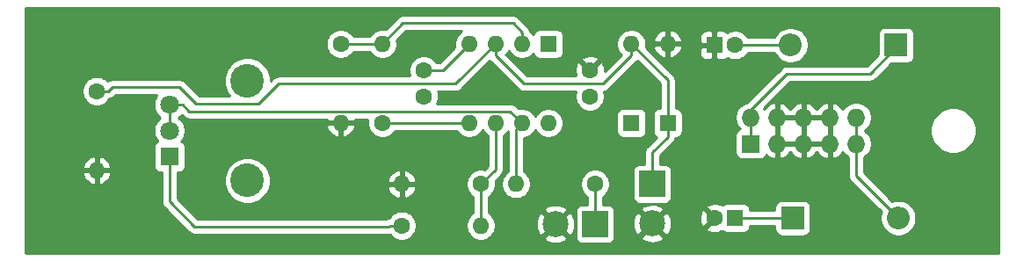
<source format=gbr>
G04 #@! TF.GenerationSoftware,KiCad,Pcbnew,5.1.5-52549c5~84~ubuntu18.04.1*
G04 #@! TF.CreationDate,2020-03-23T11:13:26-04:00*
G04 #@! TF.ProjectId,Mikrokosmos,4d696b72-6f6b-46f7-936d-6f732e6b6963,rev?*
G04 #@! TF.SameCoordinates,Original*
G04 #@! TF.FileFunction,Copper,L1,Top*
G04 #@! TF.FilePolarity,Positive*
%FSLAX46Y46*%
G04 Gerber Fmt 4.6, Leading zero omitted, Abs format (unit mm)*
G04 Created by KiCad (PCBNEW 5.1.5-52549c5~84~ubuntu18.04.1) date 2020-03-23 11:13:26*
%MOMM*%
%LPD*%
G04 APERTURE LIST*
%ADD10C,2.499360*%
%ADD11R,2.499360X2.499360*%
%ADD12O,2.200000X2.200000*%
%ADD13R,2.200000X2.200000*%
%ADD14O,1.727200X1.727200*%
%ADD15R,1.727200X1.727200*%
%ADD16C,3.240000*%
%ADD17C,1.800000*%
%ADD18R,1.800000X1.800000*%
%ADD19O,1.600000X1.600000*%
%ADD20R,1.600000X1.600000*%
%ADD21C,1.600000*%
%ADD22C,0.250000*%
%ADD23C,0.254000*%
G04 APERTURE END LIST*
D10*
X151690000Y-121500000D03*
D11*
X155500000Y-121500000D03*
D10*
X161000000Y-121460000D03*
D11*
X161000000Y-117650000D03*
D12*
X174340000Y-104270000D03*
D13*
X184500000Y-104270000D03*
D14*
X180660000Y-111230000D03*
X180660000Y-113770000D03*
X178120000Y-111230000D03*
X178120000Y-113770000D03*
X175580000Y-111230000D03*
X175580000Y-113770000D03*
X173040000Y-111230000D03*
X173040000Y-113770000D03*
X170500000Y-111230000D03*
D15*
X170500000Y-113770000D03*
D16*
X122000000Y-117305000D03*
X122000000Y-107705000D03*
D17*
X114500000Y-110005000D03*
X114500000Y-112505000D03*
D18*
X114500000Y-115005000D03*
D19*
X151000000Y-111770000D03*
X143380000Y-104150000D03*
X148460000Y-111770000D03*
X145920000Y-104150000D03*
X145920000Y-111770000D03*
X148460000Y-104150000D03*
X143380000Y-111770000D03*
D20*
X151000000Y-104150000D03*
D19*
X147880000Y-117650000D03*
D21*
X155500000Y-117650000D03*
D19*
X144500000Y-121650000D03*
D21*
X136880000Y-121650000D03*
D19*
X136880000Y-117650000D03*
D21*
X144500000Y-117650000D03*
D19*
X135000000Y-104140000D03*
D21*
X135000000Y-111760000D03*
D19*
X131000000Y-111760000D03*
D21*
X131000000Y-104140000D03*
D19*
X107500000Y-116315000D03*
D21*
X107500000Y-108695000D03*
D12*
X184710000Y-120920000D03*
D13*
X174550000Y-120920000D03*
D19*
X162500000Y-104140000D03*
D20*
X162500000Y-111760000D03*
D19*
X159000000Y-104140000D03*
D20*
X159000000Y-111760000D03*
D21*
X139000000Y-106700000D03*
X139000000Y-109200000D03*
X155000000Y-106700000D03*
X155000000Y-109200000D03*
X169000000Y-104270000D03*
D20*
X167000000Y-104270000D03*
D21*
X167000000Y-120920000D03*
D20*
X169000000Y-120920000D03*
D22*
X169000000Y-120395000D02*
X169000000Y-121445000D01*
X169100000Y-120870000D02*
X169000000Y-120970000D01*
X174550000Y-120920000D02*
X169000000Y-120920000D01*
X169500000Y-104520000D02*
X169000000Y-104020000D01*
X174340000Y-104270000D02*
X169500000Y-104270000D01*
X140830000Y-106700000D02*
X139000000Y-106700000D01*
X143380000Y-104150000D02*
X140830000Y-106700000D01*
X145920000Y-105281370D02*
X148638630Y-108000000D01*
X145920000Y-104150000D02*
X145920000Y-105281370D01*
X156271370Y-108000000D02*
X159000000Y-105271370D01*
X159000000Y-105271370D02*
X159000000Y-104140000D01*
X148638630Y-108000000D02*
X156271370Y-108000000D01*
X161000000Y-117650000D02*
X161000000Y-114600000D01*
X162500000Y-113100000D02*
X162500000Y-111760000D01*
X161000000Y-114600000D02*
X162500000Y-113100000D01*
X162500000Y-107640000D02*
X159000000Y-104140000D01*
X162500000Y-111760000D02*
X162500000Y-107640000D01*
X108631370Y-108695000D02*
X107500000Y-108695000D01*
X109026370Y-108300000D02*
X108631370Y-108695000D01*
X142070000Y-108000000D02*
X125000000Y-108000000D01*
X125000000Y-108000000D02*
X123100000Y-109900000D01*
X117050000Y-109900000D02*
X115450000Y-108300000D01*
X123100000Y-109900000D02*
X117050000Y-109900000D01*
X145920000Y-104150000D02*
X142070000Y-108000000D01*
X115450000Y-108300000D02*
X109026370Y-108300000D01*
X180660000Y-112451314D02*
X180660000Y-113770000D01*
X180660000Y-111230000D02*
X180660000Y-112451314D01*
X180660000Y-116870000D02*
X184710000Y-120920000D01*
X180660000Y-113770000D02*
X180660000Y-116870000D01*
X170500000Y-111230000D02*
X170500000Y-113770000D01*
X184500000Y-104500000D02*
X184500000Y-104270000D01*
X182000000Y-107000000D02*
X184500000Y-104500000D01*
X174000000Y-107000000D02*
X182000000Y-107000000D01*
X170500000Y-111230000D02*
X170500000Y-110500000D01*
X170500000Y-110500000D02*
X174000000Y-107000000D01*
X148460000Y-103018630D02*
X147591370Y-102150000D01*
X148460000Y-104150000D02*
X148460000Y-103018630D01*
X136990000Y-102150000D02*
X135000000Y-104140000D01*
X147591370Y-102150000D02*
X136990000Y-102150000D01*
X135000000Y-104140000D02*
X131000000Y-104140000D01*
X135010000Y-111770000D02*
X135000000Y-111760000D01*
X143380000Y-111770000D02*
X135010000Y-111770000D01*
X145920000Y-116230000D02*
X144500000Y-117650000D01*
X145920000Y-111770000D02*
X145920000Y-116230000D01*
X144500000Y-117650000D02*
X144500000Y-121650000D01*
X114500000Y-119350000D02*
X114500000Y-115005000D01*
X116900000Y-121750000D02*
X114500000Y-119350000D01*
X135648630Y-121750000D02*
X116900000Y-121750000D01*
X136880000Y-121650000D02*
X135748630Y-121650000D01*
X135748630Y-121650000D02*
X135648630Y-121750000D01*
X147880000Y-112350000D02*
X148460000Y-111770000D01*
X147880000Y-117650000D02*
X147880000Y-112350000D01*
X115272792Y-110005000D02*
X114000000Y-110005000D01*
X114500000Y-110005000D02*
X114500000Y-112505000D01*
X115772792Y-110005000D02*
X114500000Y-110005000D01*
X148460000Y-111770000D02*
X147324999Y-110634999D01*
X116402791Y-110634999D02*
X115772792Y-110005000D01*
X147324999Y-110634999D02*
X116402791Y-110634999D01*
X155000000Y-118150000D02*
X155500000Y-117650000D01*
X155500000Y-117650000D02*
X155500000Y-121500000D01*
D23*
G36*
X194340000Y-124340000D02*
G01*
X100660000Y-124340000D01*
X100660000Y-116664040D01*
X106108091Y-116664040D01*
X106202930Y-116928881D01*
X106347615Y-117170131D01*
X106536586Y-117378519D01*
X106762580Y-117546037D01*
X107016913Y-117666246D01*
X107150961Y-117706904D01*
X107373000Y-117584915D01*
X107373000Y-116442000D01*
X107627000Y-116442000D01*
X107627000Y-117584915D01*
X107849039Y-117706904D01*
X107983087Y-117666246D01*
X108237420Y-117546037D01*
X108463414Y-117378519D01*
X108652385Y-117170131D01*
X108797070Y-116928881D01*
X108891909Y-116664040D01*
X108770624Y-116442000D01*
X107627000Y-116442000D01*
X107373000Y-116442000D01*
X106229376Y-116442000D01*
X106108091Y-116664040D01*
X100660000Y-116664040D01*
X100660000Y-115965960D01*
X106108091Y-115965960D01*
X106229376Y-116188000D01*
X107373000Y-116188000D01*
X107373000Y-115045085D01*
X107627000Y-115045085D01*
X107627000Y-116188000D01*
X108770624Y-116188000D01*
X108891909Y-115965960D01*
X108797070Y-115701119D01*
X108652385Y-115459869D01*
X108463414Y-115251481D01*
X108237420Y-115083963D01*
X107983087Y-114963754D01*
X107849039Y-114923096D01*
X107627000Y-115045085D01*
X107373000Y-115045085D01*
X107150961Y-114923096D01*
X107016913Y-114963754D01*
X106762580Y-115083963D01*
X106536586Y-115251481D01*
X106347615Y-115459869D01*
X106202930Y-115701119D01*
X106108091Y-115965960D01*
X100660000Y-115965960D01*
X100660000Y-108553665D01*
X106065000Y-108553665D01*
X106065000Y-108836335D01*
X106120147Y-109113574D01*
X106228320Y-109374727D01*
X106385363Y-109609759D01*
X106585241Y-109809637D01*
X106820273Y-109966680D01*
X107081426Y-110074853D01*
X107358665Y-110130000D01*
X107641335Y-110130000D01*
X107918574Y-110074853D01*
X108179727Y-109966680D01*
X108414759Y-109809637D01*
X108614637Y-109609759D01*
X108721519Y-109449798D01*
X108780356Y-109444003D01*
X108923617Y-109400546D01*
X109055646Y-109329974D01*
X109171371Y-109235001D01*
X109195174Y-109205997D01*
X109341171Y-109060000D01*
X113285301Y-109060000D01*
X113139701Y-109277905D01*
X113023989Y-109557257D01*
X112965000Y-109853816D01*
X112965000Y-110156184D01*
X113023989Y-110452743D01*
X113139701Y-110732095D01*
X113307688Y-110983505D01*
X113521495Y-111197312D01*
X113607831Y-111255000D01*
X113521495Y-111312688D01*
X113307688Y-111526495D01*
X113139701Y-111777905D01*
X113023989Y-112057257D01*
X112965000Y-112353816D01*
X112965000Y-112656184D01*
X113023989Y-112952743D01*
X113139701Y-113232095D01*
X113307688Y-113483505D01*
X113345303Y-113521120D01*
X113245506Y-113574463D01*
X113148815Y-113653815D01*
X113069463Y-113750506D01*
X113010498Y-113860820D01*
X112974188Y-113980518D01*
X112961928Y-114105000D01*
X112961928Y-115905000D01*
X112974188Y-116029482D01*
X113010498Y-116149180D01*
X113069463Y-116259494D01*
X113148815Y-116356185D01*
X113245506Y-116435537D01*
X113355820Y-116494502D01*
X113475518Y-116530812D01*
X113600000Y-116543072D01*
X113740001Y-116543072D01*
X113740000Y-119312677D01*
X113736324Y-119350000D01*
X113740000Y-119387322D01*
X113740000Y-119387332D01*
X113750997Y-119498985D01*
X113785763Y-119613595D01*
X113794454Y-119642246D01*
X113865026Y-119774276D01*
X113897629Y-119814002D01*
X113959999Y-119890001D01*
X113989003Y-119913804D01*
X116336201Y-122261003D01*
X116359999Y-122290001D01*
X116462954Y-122374494D01*
X116475724Y-122384974D01*
X116607753Y-122455546D01*
X116751014Y-122499003D01*
X116900000Y-122513677D01*
X116937333Y-122510000D01*
X135611308Y-122510000D01*
X135648630Y-122513676D01*
X135685952Y-122510000D01*
X135685963Y-122510000D01*
X135726131Y-122506044D01*
X135765363Y-122564759D01*
X135965241Y-122764637D01*
X136200273Y-122921680D01*
X136461426Y-123029853D01*
X136738665Y-123085000D01*
X137021335Y-123085000D01*
X137298574Y-123029853D01*
X137559727Y-122921680D01*
X137794759Y-122764637D01*
X137994637Y-122564759D01*
X138151680Y-122329727D01*
X138259853Y-122068574D01*
X138315000Y-121791335D01*
X138315000Y-121508665D01*
X138259853Y-121231426D01*
X138151680Y-120970273D01*
X137994637Y-120735241D01*
X137794759Y-120535363D01*
X137559727Y-120378320D01*
X137298574Y-120270147D01*
X137021335Y-120215000D01*
X136738665Y-120215000D01*
X136461426Y-120270147D01*
X136200273Y-120378320D01*
X135965241Y-120535363D01*
X135765363Y-120735241D01*
X135658481Y-120895202D01*
X135599644Y-120900997D01*
X135456383Y-120944454D01*
X135371174Y-120990000D01*
X117214802Y-120990000D01*
X115260000Y-119035199D01*
X115260000Y-117082902D01*
X119745000Y-117082902D01*
X119745000Y-117527098D01*
X119831658Y-117962759D01*
X120001645Y-118373143D01*
X120248427Y-118742479D01*
X120562521Y-119056573D01*
X120931857Y-119303355D01*
X121342241Y-119473342D01*
X121777902Y-119560000D01*
X122222098Y-119560000D01*
X122657759Y-119473342D01*
X123068143Y-119303355D01*
X123437479Y-119056573D01*
X123751573Y-118742479D01*
X123998355Y-118373143D01*
X124153314Y-117999039D01*
X135488096Y-117999039D01*
X135528754Y-118133087D01*
X135648963Y-118387420D01*
X135816481Y-118613414D01*
X136024869Y-118802385D01*
X136266119Y-118947070D01*
X136530960Y-119041909D01*
X136753000Y-118920624D01*
X136753000Y-117777000D01*
X137007000Y-117777000D01*
X137007000Y-118920624D01*
X137229040Y-119041909D01*
X137493881Y-118947070D01*
X137735131Y-118802385D01*
X137943519Y-118613414D01*
X138111037Y-118387420D01*
X138231246Y-118133087D01*
X138271904Y-117999039D01*
X138149915Y-117777000D01*
X137007000Y-117777000D01*
X136753000Y-117777000D01*
X135610085Y-117777000D01*
X135488096Y-117999039D01*
X124153314Y-117999039D01*
X124168342Y-117962759D01*
X124255000Y-117527098D01*
X124255000Y-117300961D01*
X135488096Y-117300961D01*
X135610085Y-117523000D01*
X136753000Y-117523000D01*
X136753000Y-116379376D01*
X137007000Y-116379376D01*
X137007000Y-117523000D01*
X138149915Y-117523000D01*
X138271904Y-117300961D01*
X138231246Y-117166913D01*
X138111037Y-116912580D01*
X137943519Y-116686586D01*
X137735131Y-116497615D01*
X137493881Y-116352930D01*
X137229040Y-116258091D01*
X137007000Y-116379376D01*
X136753000Y-116379376D01*
X136530960Y-116258091D01*
X136266119Y-116352930D01*
X136024869Y-116497615D01*
X135816481Y-116686586D01*
X135648963Y-116912580D01*
X135528754Y-117166913D01*
X135488096Y-117300961D01*
X124255000Y-117300961D01*
X124255000Y-117082902D01*
X124168342Y-116647241D01*
X123998355Y-116236857D01*
X123751573Y-115867521D01*
X123437479Y-115553427D01*
X123068143Y-115306645D01*
X122657759Y-115136658D01*
X122222098Y-115050000D01*
X121777902Y-115050000D01*
X121342241Y-115136658D01*
X120931857Y-115306645D01*
X120562521Y-115553427D01*
X120248427Y-115867521D01*
X120001645Y-116236857D01*
X119831658Y-116647241D01*
X119745000Y-117082902D01*
X115260000Y-117082902D01*
X115260000Y-116543072D01*
X115400000Y-116543072D01*
X115524482Y-116530812D01*
X115644180Y-116494502D01*
X115754494Y-116435537D01*
X115851185Y-116356185D01*
X115930537Y-116259494D01*
X115989502Y-116149180D01*
X116025812Y-116029482D01*
X116038072Y-115905000D01*
X116038072Y-114105000D01*
X116025812Y-113980518D01*
X115989502Y-113860820D01*
X115930537Y-113750506D01*
X115851185Y-113653815D01*
X115754494Y-113574463D01*
X115654697Y-113521120D01*
X115692312Y-113483505D01*
X115860299Y-113232095D01*
X115976011Y-112952743D01*
X116035000Y-112656184D01*
X116035000Y-112353816D01*
X115986312Y-112109040D01*
X129608091Y-112109040D01*
X129702930Y-112373881D01*
X129847615Y-112615131D01*
X130036586Y-112823519D01*
X130262580Y-112991037D01*
X130516913Y-113111246D01*
X130650961Y-113151904D01*
X130873000Y-113029915D01*
X130873000Y-111887000D01*
X131127000Y-111887000D01*
X131127000Y-113029915D01*
X131349039Y-113151904D01*
X131483087Y-113111246D01*
X131737420Y-112991037D01*
X131963414Y-112823519D01*
X132152385Y-112615131D01*
X132297070Y-112373881D01*
X132391909Y-112109040D01*
X132270624Y-111887000D01*
X131127000Y-111887000D01*
X130873000Y-111887000D01*
X129729376Y-111887000D01*
X129608091Y-112109040D01*
X115986312Y-112109040D01*
X115976011Y-112057257D01*
X115860299Y-111777905D01*
X115692312Y-111526495D01*
X115478505Y-111312688D01*
X115392169Y-111255000D01*
X115478505Y-111197312D01*
X115684404Y-110991413D01*
X115838991Y-111146001D01*
X115862790Y-111175000D01*
X115891788Y-111198798D01*
X115978514Y-111269973D01*
X116058428Y-111312688D01*
X116110544Y-111340545D01*
X116253805Y-111384002D01*
X116365458Y-111394999D01*
X116365467Y-111394999D01*
X116402790Y-111398675D01*
X116440113Y-111394999D01*
X129613807Y-111394999D01*
X129608091Y-111410960D01*
X129729376Y-111633000D01*
X130873000Y-111633000D01*
X130873000Y-111613000D01*
X131127000Y-111613000D01*
X131127000Y-111633000D01*
X132270624Y-111633000D01*
X132391909Y-111410960D01*
X132386193Y-111394999D01*
X133609491Y-111394999D01*
X133565000Y-111618665D01*
X133565000Y-111901335D01*
X133620147Y-112178574D01*
X133728320Y-112439727D01*
X133885363Y-112674759D01*
X134085241Y-112874637D01*
X134320273Y-113031680D01*
X134581426Y-113139853D01*
X134858665Y-113195000D01*
X135141335Y-113195000D01*
X135418574Y-113139853D01*
X135679727Y-113031680D01*
X135914759Y-112874637D01*
X136114637Y-112674759D01*
X136211362Y-112530000D01*
X142161957Y-112530000D01*
X142265363Y-112684759D01*
X142465241Y-112884637D01*
X142700273Y-113041680D01*
X142961426Y-113149853D01*
X143238665Y-113205000D01*
X143521335Y-113205000D01*
X143798574Y-113149853D01*
X144059727Y-113041680D01*
X144294759Y-112884637D01*
X144494637Y-112684759D01*
X144650000Y-112452241D01*
X144805363Y-112684759D01*
X145005241Y-112884637D01*
X145160000Y-112988044D01*
X145160001Y-115915197D01*
X144823886Y-116251312D01*
X144641335Y-116215000D01*
X144358665Y-116215000D01*
X144081426Y-116270147D01*
X143820273Y-116378320D01*
X143585241Y-116535363D01*
X143385363Y-116735241D01*
X143228320Y-116970273D01*
X143120147Y-117231426D01*
X143065000Y-117508665D01*
X143065000Y-117791335D01*
X143120147Y-118068574D01*
X143228320Y-118329727D01*
X143385363Y-118564759D01*
X143585241Y-118764637D01*
X143740000Y-118868044D01*
X143740001Y-120431956D01*
X143585241Y-120535363D01*
X143385363Y-120735241D01*
X143228320Y-120970273D01*
X143120147Y-121231426D01*
X143065000Y-121508665D01*
X143065000Y-121791335D01*
X143120147Y-122068574D01*
X143228320Y-122329727D01*
X143385363Y-122564759D01*
X143585241Y-122764637D01*
X143820273Y-122921680D01*
X144081426Y-123029853D01*
X144358665Y-123085000D01*
X144641335Y-123085000D01*
X144918574Y-123029853D01*
X145179727Y-122921680D01*
X145341814Y-122813377D01*
X150556229Y-122813377D01*
X150682104Y-123103315D01*
X151014262Y-123269139D01*
X151372387Y-123366975D01*
X151742719Y-123393065D01*
X152111025Y-123346405D01*
X152463151Y-123228789D01*
X152697896Y-123103315D01*
X152823771Y-122813377D01*
X151690000Y-121679605D01*
X150556229Y-122813377D01*
X145341814Y-122813377D01*
X145414759Y-122764637D01*
X145614637Y-122564759D01*
X145771680Y-122329727D01*
X145879853Y-122068574D01*
X145935000Y-121791335D01*
X145935000Y-121552719D01*
X149796935Y-121552719D01*
X149843595Y-121921025D01*
X149961211Y-122273151D01*
X150086685Y-122507896D01*
X150376623Y-122633771D01*
X151510395Y-121500000D01*
X151869605Y-121500000D01*
X153003377Y-122633771D01*
X153293315Y-122507896D01*
X153459139Y-122175738D01*
X153556975Y-121817613D01*
X153583065Y-121447281D01*
X153536405Y-121078975D01*
X153418789Y-120726849D01*
X153293315Y-120492104D01*
X153003377Y-120366229D01*
X151869605Y-121500000D01*
X151510395Y-121500000D01*
X150376623Y-120366229D01*
X150086685Y-120492104D01*
X149920861Y-120824262D01*
X149823025Y-121182387D01*
X149796935Y-121552719D01*
X145935000Y-121552719D01*
X145935000Y-121508665D01*
X145879853Y-121231426D01*
X145771680Y-120970273D01*
X145614637Y-120735241D01*
X145414759Y-120535363D01*
X145260000Y-120431957D01*
X145260000Y-120186623D01*
X150556229Y-120186623D01*
X151690000Y-121320395D01*
X152760074Y-120250320D01*
X153612248Y-120250320D01*
X153612248Y-122749680D01*
X153624508Y-122874162D01*
X153660818Y-122993860D01*
X153719783Y-123104174D01*
X153799135Y-123200865D01*
X153895826Y-123280217D01*
X154006140Y-123339182D01*
X154125838Y-123375492D01*
X154250320Y-123387752D01*
X156749680Y-123387752D01*
X156874162Y-123375492D01*
X156993860Y-123339182D01*
X157104174Y-123280217D01*
X157200865Y-123200865D01*
X157280217Y-123104174D01*
X157339182Y-122993860D01*
X157375492Y-122874162D01*
X157385418Y-122773377D01*
X159866229Y-122773377D01*
X159992104Y-123063315D01*
X160324262Y-123229139D01*
X160682387Y-123326975D01*
X161052719Y-123353065D01*
X161421025Y-123306405D01*
X161773151Y-123188789D01*
X162007896Y-123063315D01*
X162133771Y-122773377D01*
X161000000Y-121639605D01*
X159866229Y-122773377D01*
X157385418Y-122773377D01*
X157387752Y-122749680D01*
X157387752Y-121512719D01*
X159106935Y-121512719D01*
X159153595Y-121881025D01*
X159271211Y-122233151D01*
X159396685Y-122467896D01*
X159686623Y-122593771D01*
X160820395Y-121460000D01*
X161179605Y-121460000D01*
X162313377Y-122593771D01*
X162603315Y-122467896D01*
X162769139Y-122135738D01*
X162866975Y-121777613D01*
X162893065Y-121407281D01*
X162846405Y-121038975D01*
X162830218Y-120990512D01*
X165559783Y-120990512D01*
X165601213Y-121270130D01*
X165696397Y-121536292D01*
X165763329Y-121661514D01*
X166007298Y-121733097D01*
X166820395Y-120920000D01*
X166007298Y-120106903D01*
X165763329Y-120178486D01*
X165642429Y-120433996D01*
X165573700Y-120708184D01*
X165559783Y-120990512D01*
X162830218Y-120990512D01*
X162728789Y-120686849D01*
X162603315Y-120452104D01*
X162313377Y-120326229D01*
X161179605Y-121460000D01*
X160820395Y-121460000D01*
X159686623Y-120326229D01*
X159396685Y-120452104D01*
X159230861Y-120784262D01*
X159133025Y-121142387D01*
X159106935Y-121512719D01*
X157387752Y-121512719D01*
X157387752Y-120250320D01*
X157377540Y-120146623D01*
X159866229Y-120146623D01*
X161000000Y-121280395D01*
X162133771Y-120146623D01*
X162038553Y-119927298D01*
X166186903Y-119927298D01*
X167000000Y-120740395D01*
X167014143Y-120726253D01*
X167193748Y-120905858D01*
X167179605Y-120920000D01*
X167193748Y-120934143D01*
X167014143Y-121113748D01*
X167000000Y-121099605D01*
X166186903Y-121912702D01*
X166258486Y-122156671D01*
X166513996Y-122277571D01*
X166788184Y-122346300D01*
X167070512Y-122360217D01*
X167350130Y-122318787D01*
X167616292Y-122223603D01*
X167738309Y-122158384D01*
X167748815Y-122171185D01*
X167845506Y-122250537D01*
X167955820Y-122309502D01*
X168075518Y-122345812D01*
X168200000Y-122358072D01*
X169800000Y-122358072D01*
X169924482Y-122345812D01*
X170044180Y-122309502D01*
X170154494Y-122250537D01*
X170251185Y-122171185D01*
X170330537Y-122074494D01*
X170389502Y-121964180D01*
X170425812Y-121844482D01*
X170438072Y-121720000D01*
X170438072Y-121680000D01*
X172811928Y-121680000D01*
X172811928Y-122020000D01*
X172824188Y-122144482D01*
X172860498Y-122264180D01*
X172919463Y-122374494D01*
X172998815Y-122471185D01*
X173095506Y-122550537D01*
X173205820Y-122609502D01*
X173325518Y-122645812D01*
X173450000Y-122658072D01*
X175650000Y-122658072D01*
X175774482Y-122645812D01*
X175894180Y-122609502D01*
X176004494Y-122550537D01*
X176101185Y-122471185D01*
X176180537Y-122374494D01*
X176239502Y-122264180D01*
X176275812Y-122144482D01*
X176288072Y-122020000D01*
X176288072Y-119820000D01*
X176275812Y-119695518D01*
X176239502Y-119575820D01*
X176180537Y-119465506D01*
X176101185Y-119368815D01*
X176004494Y-119289463D01*
X175894180Y-119230498D01*
X175774482Y-119194188D01*
X175650000Y-119181928D01*
X173450000Y-119181928D01*
X173325518Y-119194188D01*
X173205820Y-119230498D01*
X173095506Y-119289463D01*
X172998815Y-119368815D01*
X172919463Y-119465506D01*
X172860498Y-119575820D01*
X172824188Y-119695518D01*
X172811928Y-119820000D01*
X172811928Y-120160000D01*
X170438072Y-120160000D01*
X170438072Y-120120000D01*
X170425812Y-119995518D01*
X170389502Y-119875820D01*
X170330537Y-119765506D01*
X170251185Y-119668815D01*
X170154494Y-119589463D01*
X170044180Y-119530498D01*
X169924482Y-119494188D01*
X169800000Y-119481928D01*
X168200000Y-119481928D01*
X168075518Y-119494188D01*
X167955820Y-119530498D01*
X167845506Y-119589463D01*
X167748815Y-119668815D01*
X167738193Y-119681758D01*
X167486004Y-119562429D01*
X167211816Y-119493700D01*
X166929488Y-119479783D01*
X166649870Y-119521213D01*
X166383708Y-119616397D01*
X166258486Y-119683329D01*
X166186903Y-119927298D01*
X162038553Y-119927298D01*
X162007896Y-119856685D01*
X161675738Y-119690861D01*
X161317613Y-119593025D01*
X160947281Y-119566935D01*
X160578975Y-119613595D01*
X160226849Y-119731211D01*
X159992104Y-119856685D01*
X159866229Y-120146623D01*
X157377540Y-120146623D01*
X157375492Y-120125838D01*
X157339182Y-120006140D01*
X157280217Y-119895826D01*
X157200865Y-119799135D01*
X157104174Y-119719783D01*
X156993860Y-119660818D01*
X156874162Y-119624508D01*
X156749680Y-119612248D01*
X156260000Y-119612248D01*
X156260000Y-118868043D01*
X156414759Y-118764637D01*
X156614637Y-118564759D01*
X156771680Y-118329727D01*
X156879853Y-118068574D01*
X156935000Y-117791335D01*
X156935000Y-117508665D01*
X156879853Y-117231426D01*
X156771680Y-116970273D01*
X156614637Y-116735241D01*
X156414759Y-116535363D01*
X156179727Y-116378320D01*
X155918574Y-116270147D01*
X155641335Y-116215000D01*
X155358665Y-116215000D01*
X155081426Y-116270147D01*
X154820273Y-116378320D01*
X154585241Y-116535363D01*
X154385363Y-116735241D01*
X154228320Y-116970273D01*
X154120147Y-117231426D01*
X154065000Y-117508665D01*
X154065000Y-117791335D01*
X154120147Y-118068574D01*
X154228320Y-118329727D01*
X154286931Y-118417445D01*
X154294454Y-118442246D01*
X154365026Y-118574276D01*
X154459999Y-118690001D01*
X154575724Y-118784974D01*
X154707754Y-118855546D01*
X154732555Y-118863069D01*
X154740000Y-118868044D01*
X154740001Y-119612248D01*
X154250320Y-119612248D01*
X154125838Y-119624508D01*
X154006140Y-119660818D01*
X153895826Y-119719783D01*
X153799135Y-119799135D01*
X153719783Y-119895826D01*
X153660818Y-120006140D01*
X153624508Y-120125838D01*
X153612248Y-120250320D01*
X152760074Y-120250320D01*
X152823771Y-120186623D01*
X152697896Y-119896685D01*
X152365738Y-119730861D01*
X152007613Y-119633025D01*
X151637281Y-119606935D01*
X151268975Y-119653595D01*
X150916849Y-119771211D01*
X150682104Y-119896685D01*
X150556229Y-120186623D01*
X145260000Y-120186623D01*
X145260000Y-118868043D01*
X145414759Y-118764637D01*
X145614637Y-118564759D01*
X145771680Y-118329727D01*
X145879853Y-118068574D01*
X145935000Y-117791335D01*
X145935000Y-117508665D01*
X145898688Y-117326114D01*
X146431003Y-116793799D01*
X146460001Y-116770001D01*
X146554974Y-116654276D01*
X146625546Y-116522247D01*
X146669003Y-116378986D01*
X146680000Y-116267333D01*
X146680000Y-116267324D01*
X146683676Y-116230001D01*
X146680000Y-116192678D01*
X146680000Y-112988043D01*
X146834759Y-112884637D01*
X147034637Y-112684759D01*
X147120001Y-112557003D01*
X147120000Y-116431956D01*
X146965241Y-116535363D01*
X146765363Y-116735241D01*
X146608320Y-116970273D01*
X146500147Y-117231426D01*
X146445000Y-117508665D01*
X146445000Y-117791335D01*
X146500147Y-118068574D01*
X146608320Y-118329727D01*
X146765363Y-118564759D01*
X146965241Y-118764637D01*
X147200273Y-118921680D01*
X147461426Y-119029853D01*
X147738665Y-119085000D01*
X148021335Y-119085000D01*
X148298574Y-119029853D01*
X148559727Y-118921680D01*
X148794759Y-118764637D01*
X148994637Y-118564759D01*
X149151680Y-118329727D01*
X149259853Y-118068574D01*
X149315000Y-117791335D01*
X149315000Y-117508665D01*
X149259853Y-117231426D01*
X149151680Y-116970273D01*
X148994637Y-116735241D01*
X148794759Y-116535363D01*
X148640000Y-116431957D01*
X148640000Y-113197309D01*
X148878574Y-113149853D01*
X149139727Y-113041680D01*
X149374759Y-112884637D01*
X149574637Y-112684759D01*
X149730000Y-112452241D01*
X149885363Y-112684759D01*
X150085241Y-112884637D01*
X150320273Y-113041680D01*
X150581426Y-113149853D01*
X150858665Y-113205000D01*
X151141335Y-113205000D01*
X151418574Y-113149853D01*
X151679727Y-113041680D01*
X151914759Y-112884637D01*
X152114637Y-112684759D01*
X152271680Y-112449727D01*
X152379853Y-112188574D01*
X152435000Y-111911335D01*
X152435000Y-111628665D01*
X152379853Y-111351426D01*
X152271680Y-111090273D01*
X152184635Y-110960000D01*
X157561928Y-110960000D01*
X157561928Y-112560000D01*
X157574188Y-112684482D01*
X157610498Y-112804180D01*
X157669463Y-112914494D01*
X157748815Y-113011185D01*
X157845506Y-113090537D01*
X157955820Y-113149502D01*
X158075518Y-113185812D01*
X158200000Y-113198072D01*
X159800000Y-113198072D01*
X159924482Y-113185812D01*
X160044180Y-113149502D01*
X160154494Y-113090537D01*
X160251185Y-113011185D01*
X160330537Y-112914494D01*
X160389502Y-112804180D01*
X160425812Y-112684482D01*
X160438072Y-112560000D01*
X160438072Y-110960000D01*
X160425812Y-110835518D01*
X160389502Y-110715820D01*
X160330537Y-110605506D01*
X160251185Y-110508815D01*
X160154494Y-110429463D01*
X160044180Y-110370498D01*
X159924482Y-110334188D01*
X159800000Y-110321928D01*
X158200000Y-110321928D01*
X158075518Y-110334188D01*
X157955820Y-110370498D01*
X157845506Y-110429463D01*
X157748815Y-110508815D01*
X157669463Y-110605506D01*
X157610498Y-110715820D01*
X157574188Y-110835518D01*
X157561928Y-110960000D01*
X152184635Y-110960000D01*
X152114637Y-110855241D01*
X151914759Y-110655363D01*
X151679727Y-110498320D01*
X151418574Y-110390147D01*
X151141335Y-110335000D01*
X150858665Y-110335000D01*
X150581426Y-110390147D01*
X150320273Y-110498320D01*
X150085241Y-110655363D01*
X149885363Y-110855241D01*
X149730000Y-111087759D01*
X149574637Y-110855241D01*
X149374759Y-110655363D01*
X149139727Y-110498320D01*
X148878574Y-110390147D01*
X148601335Y-110335000D01*
X148318665Y-110335000D01*
X148136113Y-110371312D01*
X147888803Y-110124001D01*
X147865000Y-110094998D01*
X147749275Y-110000025D01*
X147617246Y-109929453D01*
X147473985Y-109885996D01*
X147362332Y-109874999D01*
X147362321Y-109874999D01*
X147324999Y-109871323D01*
X147287677Y-109874999D01*
X140268144Y-109874999D01*
X140357571Y-109686004D01*
X140426300Y-109411816D01*
X140440217Y-109129488D01*
X140398787Y-108849870D01*
X140366648Y-108760000D01*
X142032678Y-108760000D01*
X142070000Y-108763676D01*
X142107322Y-108760000D01*
X142107333Y-108760000D01*
X142218986Y-108749003D01*
X142362247Y-108705546D01*
X142494276Y-108634974D01*
X142610001Y-108540001D01*
X142633804Y-108510997D01*
X145354501Y-105790301D01*
X145380000Y-105821371D01*
X145408998Y-105845169D01*
X148074835Y-108511008D01*
X148098629Y-108540001D01*
X148127622Y-108563795D01*
X148127626Y-108563799D01*
X148198315Y-108621811D01*
X148214354Y-108634974D01*
X148346383Y-108705546D01*
X148489644Y-108749003D01*
X148601297Y-108760000D01*
X148601306Y-108760000D01*
X148638629Y-108763676D01*
X148675952Y-108760000D01*
X153629022Y-108760000D01*
X153620147Y-108781426D01*
X153565000Y-109058665D01*
X153565000Y-109341335D01*
X153620147Y-109618574D01*
X153728320Y-109879727D01*
X153885363Y-110114759D01*
X154085241Y-110314637D01*
X154320273Y-110471680D01*
X154581426Y-110579853D01*
X154858665Y-110635000D01*
X155141335Y-110635000D01*
X155418574Y-110579853D01*
X155679727Y-110471680D01*
X155914759Y-110314637D01*
X156114637Y-110114759D01*
X156271680Y-109879727D01*
X156379853Y-109618574D01*
X156435000Y-109341335D01*
X156435000Y-109058665D01*
X156379853Y-108781426D01*
X156368537Y-108754107D01*
X156420356Y-108749003D01*
X156563617Y-108705546D01*
X156695646Y-108634974D01*
X156811371Y-108540001D01*
X156835174Y-108510997D01*
X159511004Y-105835168D01*
X159540001Y-105811371D01*
X159565499Y-105780301D01*
X161740001Y-107954804D01*
X161740000Y-110321928D01*
X161700000Y-110321928D01*
X161575518Y-110334188D01*
X161455820Y-110370498D01*
X161345506Y-110429463D01*
X161248815Y-110508815D01*
X161169463Y-110605506D01*
X161110498Y-110715820D01*
X161074188Y-110835518D01*
X161061928Y-110960000D01*
X161061928Y-112560000D01*
X161074188Y-112684482D01*
X161110498Y-112804180D01*
X161169463Y-112914494D01*
X161248815Y-113011185D01*
X161345506Y-113090537D01*
X161403606Y-113121593D01*
X160488998Y-114036201D01*
X160460000Y-114059999D01*
X160436202Y-114088997D01*
X160436201Y-114088998D01*
X160365026Y-114175724D01*
X160294454Y-114307754D01*
X160250998Y-114451015D01*
X160236324Y-114600000D01*
X160240001Y-114637332D01*
X160240001Y-115762248D01*
X159750320Y-115762248D01*
X159625838Y-115774508D01*
X159506140Y-115810818D01*
X159395826Y-115869783D01*
X159299135Y-115949135D01*
X159219783Y-116045826D01*
X159160818Y-116156140D01*
X159124508Y-116275838D01*
X159112248Y-116400320D01*
X159112248Y-118899680D01*
X159124508Y-119024162D01*
X159160818Y-119143860D01*
X159219783Y-119254174D01*
X159299135Y-119350865D01*
X159395826Y-119430217D01*
X159506140Y-119489182D01*
X159625838Y-119525492D01*
X159750320Y-119537752D01*
X162249680Y-119537752D01*
X162374162Y-119525492D01*
X162493860Y-119489182D01*
X162604174Y-119430217D01*
X162700865Y-119350865D01*
X162780217Y-119254174D01*
X162839182Y-119143860D01*
X162875492Y-119024162D01*
X162887752Y-118899680D01*
X162887752Y-116400320D01*
X162875492Y-116275838D01*
X162839182Y-116156140D01*
X162780217Y-116045826D01*
X162700865Y-115949135D01*
X162604174Y-115869783D01*
X162493860Y-115810818D01*
X162374162Y-115774508D01*
X162249680Y-115762248D01*
X161760000Y-115762248D01*
X161760000Y-114914801D01*
X163011004Y-113663798D01*
X163040001Y-113640001D01*
X163134974Y-113524276D01*
X163205546Y-113392247D01*
X163249003Y-113248986D01*
X163254018Y-113198072D01*
X163300000Y-113198072D01*
X163424482Y-113185812D01*
X163544180Y-113149502D01*
X163654494Y-113090537D01*
X163751185Y-113011185D01*
X163830537Y-112914494D01*
X163834863Y-112906400D01*
X168998328Y-112906400D01*
X168998328Y-114633600D01*
X169010588Y-114758082D01*
X169046898Y-114877780D01*
X169105863Y-114988094D01*
X169185215Y-115084785D01*
X169281906Y-115164137D01*
X169392220Y-115223102D01*
X169511918Y-115259412D01*
X169636400Y-115271672D01*
X171363600Y-115271672D01*
X171488082Y-115259412D01*
X171607780Y-115223102D01*
X171718094Y-115164137D01*
X171814785Y-115084785D01*
X171894137Y-114988094D01*
X171953102Y-114877780D01*
X171972624Y-114813426D01*
X172029707Y-114876854D01*
X172265056Y-115052684D01*
X172530186Y-115179222D01*
X172680974Y-115224958D01*
X172913000Y-115103817D01*
X172913000Y-113897000D01*
X173167000Y-113897000D01*
X173167000Y-115103817D01*
X173399026Y-115224958D01*
X173549814Y-115179222D01*
X173814944Y-115052684D01*
X174050293Y-114876854D01*
X174246817Y-114658488D01*
X174310000Y-114552230D01*
X174373183Y-114658488D01*
X174569707Y-114876854D01*
X174805056Y-115052684D01*
X175070186Y-115179222D01*
X175220974Y-115224958D01*
X175453000Y-115103817D01*
X175453000Y-113897000D01*
X175707000Y-113897000D01*
X175707000Y-115103817D01*
X175939026Y-115224958D01*
X176089814Y-115179222D01*
X176354944Y-115052684D01*
X176590293Y-114876854D01*
X176786817Y-114658488D01*
X176850000Y-114552230D01*
X176913183Y-114658488D01*
X177109707Y-114876854D01*
X177345056Y-115052684D01*
X177610186Y-115179222D01*
X177760974Y-115224958D01*
X177993000Y-115103817D01*
X177993000Y-113897000D01*
X175707000Y-113897000D01*
X175453000Y-113897000D01*
X173167000Y-113897000D01*
X172913000Y-113897000D01*
X172893000Y-113897000D01*
X172893000Y-113643000D01*
X172913000Y-113643000D01*
X172913000Y-111357000D01*
X173167000Y-111357000D01*
X173167000Y-113643000D01*
X175453000Y-113643000D01*
X175453000Y-111357000D01*
X175707000Y-111357000D01*
X175707000Y-113643000D01*
X177993000Y-113643000D01*
X177993000Y-111357000D01*
X175707000Y-111357000D01*
X175453000Y-111357000D01*
X173167000Y-111357000D01*
X172913000Y-111357000D01*
X172893000Y-111357000D01*
X172893000Y-111103000D01*
X172913000Y-111103000D01*
X172913000Y-109896183D01*
X173167000Y-109896183D01*
X173167000Y-111103000D01*
X175453000Y-111103000D01*
X175453000Y-109896183D01*
X175707000Y-109896183D01*
X175707000Y-111103000D01*
X177993000Y-111103000D01*
X177993000Y-109896183D01*
X178247000Y-109896183D01*
X178247000Y-111103000D01*
X178267000Y-111103000D01*
X178267000Y-111357000D01*
X178247000Y-111357000D01*
X178247000Y-113643000D01*
X178267000Y-113643000D01*
X178267000Y-113897000D01*
X178247000Y-113897000D01*
X178247000Y-115103817D01*
X178479026Y-115224958D01*
X178629814Y-115179222D01*
X178894944Y-115052684D01*
X179130293Y-114876854D01*
X179326817Y-114658488D01*
X179385441Y-114559897D01*
X179495961Y-114725302D01*
X179704698Y-114934039D01*
X179900000Y-115064535D01*
X179900001Y-116832668D01*
X179896324Y-116870000D01*
X179910998Y-117018985D01*
X179954454Y-117162246D01*
X180025026Y-117294276D01*
X180077121Y-117357753D01*
X180120000Y-117410001D01*
X180148998Y-117433799D01*
X183067286Y-120352088D01*
X183041675Y-120413919D01*
X182975000Y-120749117D01*
X182975000Y-121090883D01*
X183041675Y-121426081D01*
X183172463Y-121741831D01*
X183362337Y-122025998D01*
X183604002Y-122267663D01*
X183888169Y-122457537D01*
X184203919Y-122588325D01*
X184539117Y-122655000D01*
X184880883Y-122655000D01*
X185216081Y-122588325D01*
X185531831Y-122457537D01*
X185815998Y-122267663D01*
X186057663Y-122025998D01*
X186247537Y-121741831D01*
X186378325Y-121426081D01*
X186445000Y-121090883D01*
X186445000Y-120749117D01*
X186378325Y-120413919D01*
X186247537Y-120098169D01*
X186057663Y-119814002D01*
X185815998Y-119572337D01*
X185531831Y-119382463D01*
X185216081Y-119251675D01*
X184880883Y-119185000D01*
X184539117Y-119185000D01*
X184203919Y-119251675D01*
X184142088Y-119277286D01*
X181420000Y-116555199D01*
X181420000Y-115064535D01*
X181615302Y-114934039D01*
X181824039Y-114725302D01*
X181988042Y-114479853D01*
X182101010Y-114207125D01*
X182158600Y-113917599D01*
X182158600Y-113622401D01*
X182101010Y-113332875D01*
X181988042Y-113060147D01*
X181824039Y-112814698D01*
X181615302Y-112605961D01*
X181456719Y-112500000D01*
X181615302Y-112394039D01*
X181729469Y-112279872D01*
X187765000Y-112279872D01*
X187765000Y-112720128D01*
X187850890Y-113151925D01*
X188019369Y-113558669D01*
X188263962Y-113924729D01*
X188575271Y-114236038D01*
X188941331Y-114480631D01*
X189348075Y-114649110D01*
X189779872Y-114735000D01*
X190220128Y-114735000D01*
X190651925Y-114649110D01*
X191058669Y-114480631D01*
X191424729Y-114236038D01*
X191736038Y-113924729D01*
X191980631Y-113558669D01*
X192149110Y-113151925D01*
X192235000Y-112720128D01*
X192235000Y-112279872D01*
X192149110Y-111848075D01*
X191980631Y-111441331D01*
X191736038Y-111075271D01*
X191424729Y-110763962D01*
X191058669Y-110519369D01*
X190651925Y-110350890D01*
X190220128Y-110265000D01*
X189779872Y-110265000D01*
X189348075Y-110350890D01*
X188941331Y-110519369D01*
X188575271Y-110763962D01*
X188263962Y-111075271D01*
X188019369Y-111441331D01*
X187850890Y-111848075D01*
X187765000Y-112279872D01*
X181729469Y-112279872D01*
X181824039Y-112185302D01*
X181988042Y-111939853D01*
X182101010Y-111667125D01*
X182158600Y-111377599D01*
X182158600Y-111082401D01*
X182101010Y-110792875D01*
X181988042Y-110520147D01*
X181824039Y-110274698D01*
X181615302Y-110065961D01*
X181369853Y-109901958D01*
X181097125Y-109788990D01*
X180807599Y-109731400D01*
X180512401Y-109731400D01*
X180222875Y-109788990D01*
X179950147Y-109901958D01*
X179704698Y-110065961D01*
X179495961Y-110274698D01*
X179385441Y-110440103D01*
X179326817Y-110341512D01*
X179130293Y-110123146D01*
X178894944Y-109947316D01*
X178629814Y-109820778D01*
X178479026Y-109775042D01*
X178247000Y-109896183D01*
X177993000Y-109896183D01*
X177760974Y-109775042D01*
X177610186Y-109820778D01*
X177345056Y-109947316D01*
X177109707Y-110123146D01*
X176913183Y-110341512D01*
X176850000Y-110447770D01*
X176786817Y-110341512D01*
X176590293Y-110123146D01*
X176354944Y-109947316D01*
X176089814Y-109820778D01*
X175939026Y-109775042D01*
X175707000Y-109896183D01*
X175453000Y-109896183D01*
X175220974Y-109775042D01*
X175070186Y-109820778D01*
X174805056Y-109947316D01*
X174569707Y-110123146D01*
X174373183Y-110341512D01*
X174310000Y-110447770D01*
X174246817Y-110341512D01*
X174050293Y-110123146D01*
X173814944Y-109947316D01*
X173549814Y-109820778D01*
X173399026Y-109775042D01*
X173167000Y-109896183D01*
X172913000Y-109896183D01*
X172680974Y-109775042D01*
X172530186Y-109820778D01*
X172265056Y-109947316D01*
X172029707Y-110123146D01*
X171833183Y-110341512D01*
X171774559Y-110440103D01*
X171718539Y-110356263D01*
X174314803Y-107760000D01*
X181962678Y-107760000D01*
X182000000Y-107763676D01*
X182037322Y-107760000D01*
X182037333Y-107760000D01*
X182148986Y-107749003D01*
X182292247Y-107705546D01*
X182424276Y-107634974D01*
X182540001Y-107540001D01*
X182563804Y-107510997D01*
X184066730Y-106008072D01*
X185600000Y-106008072D01*
X185724482Y-105995812D01*
X185844180Y-105959502D01*
X185954494Y-105900537D01*
X186051185Y-105821185D01*
X186130537Y-105724494D01*
X186189502Y-105614180D01*
X186225812Y-105494482D01*
X186238072Y-105370000D01*
X186238072Y-103170000D01*
X186225812Y-103045518D01*
X186189502Y-102925820D01*
X186130537Y-102815506D01*
X186051185Y-102718815D01*
X185954494Y-102639463D01*
X185844180Y-102580498D01*
X185724482Y-102544188D01*
X185600000Y-102531928D01*
X183400000Y-102531928D01*
X183275518Y-102544188D01*
X183155820Y-102580498D01*
X183045506Y-102639463D01*
X182948815Y-102718815D01*
X182869463Y-102815506D01*
X182810498Y-102925820D01*
X182774188Y-103045518D01*
X182761928Y-103170000D01*
X182761928Y-105163270D01*
X181685199Y-106240000D01*
X174037322Y-106240000D01*
X173999999Y-106236324D01*
X173962676Y-106240000D01*
X173962667Y-106240000D01*
X173851014Y-106250997D01*
X173707753Y-106294454D01*
X173575724Y-106365026D01*
X173575722Y-106365027D01*
X173575723Y-106365027D01*
X173488996Y-106436201D01*
X173488992Y-106436205D01*
X173459999Y-106459999D01*
X173436205Y-106488992D01*
X170154418Y-109770781D01*
X170062875Y-109788990D01*
X169790147Y-109901958D01*
X169544698Y-110065961D01*
X169335961Y-110274698D01*
X169171958Y-110520147D01*
X169058990Y-110792875D01*
X169001400Y-111082401D01*
X169001400Y-111377599D01*
X169058990Y-111667125D01*
X169171958Y-111939853D01*
X169335961Y-112185302D01*
X169450023Y-112299364D01*
X169392220Y-112316898D01*
X169281906Y-112375863D01*
X169185215Y-112455215D01*
X169105863Y-112551906D01*
X169046898Y-112662220D01*
X169010588Y-112781918D01*
X168998328Y-112906400D01*
X163834863Y-112906400D01*
X163889502Y-112804180D01*
X163925812Y-112684482D01*
X163938072Y-112560000D01*
X163938072Y-110960000D01*
X163925812Y-110835518D01*
X163889502Y-110715820D01*
X163830537Y-110605506D01*
X163751185Y-110508815D01*
X163654494Y-110429463D01*
X163544180Y-110370498D01*
X163424482Y-110334188D01*
X163300000Y-110321928D01*
X163260000Y-110321928D01*
X163260000Y-107677322D01*
X163263676Y-107639999D01*
X163260000Y-107602676D01*
X163260000Y-107602667D01*
X163249003Y-107491014D01*
X163205546Y-107347753D01*
X163134974Y-107215724D01*
X163121811Y-107199685D01*
X163063799Y-107128996D01*
X163063795Y-107128992D01*
X163040001Y-107099999D01*
X163011008Y-107076205D01*
X160423843Y-104489040D01*
X161108091Y-104489040D01*
X161202930Y-104753881D01*
X161347615Y-104995131D01*
X161536586Y-105203519D01*
X161762580Y-105371037D01*
X162016913Y-105491246D01*
X162150961Y-105531904D01*
X162373000Y-105409915D01*
X162373000Y-104267000D01*
X162627000Y-104267000D01*
X162627000Y-105409915D01*
X162849039Y-105531904D01*
X162983087Y-105491246D01*
X163237420Y-105371037D01*
X163463414Y-105203519D01*
X163584492Y-105070000D01*
X165561928Y-105070000D01*
X165574188Y-105194482D01*
X165610498Y-105314180D01*
X165669463Y-105424494D01*
X165748815Y-105521185D01*
X165845506Y-105600537D01*
X165955820Y-105659502D01*
X166075518Y-105695812D01*
X166200000Y-105708072D01*
X166714250Y-105705000D01*
X166873000Y-105546250D01*
X166873000Y-104397000D01*
X165723750Y-104397000D01*
X165565000Y-104555750D01*
X165561928Y-105070000D01*
X163584492Y-105070000D01*
X163652385Y-104995131D01*
X163797070Y-104753881D01*
X163891909Y-104489040D01*
X163770624Y-104267000D01*
X162627000Y-104267000D01*
X162373000Y-104267000D01*
X161229376Y-104267000D01*
X161108091Y-104489040D01*
X160423843Y-104489040D01*
X160398688Y-104463886D01*
X160435000Y-104281335D01*
X160435000Y-103998665D01*
X160393685Y-103790960D01*
X161108091Y-103790960D01*
X161229376Y-104013000D01*
X162373000Y-104013000D01*
X162373000Y-102870085D01*
X162627000Y-102870085D01*
X162627000Y-104013000D01*
X163770624Y-104013000D01*
X163891909Y-103790960D01*
X163797070Y-103526119D01*
X163763414Y-103470000D01*
X165561928Y-103470000D01*
X165565000Y-103984250D01*
X165723750Y-104143000D01*
X166873000Y-104143000D01*
X166873000Y-102993750D01*
X167127000Y-102993750D01*
X167127000Y-104143000D01*
X167147000Y-104143000D01*
X167147000Y-104397000D01*
X167127000Y-104397000D01*
X167127000Y-105546250D01*
X167285750Y-105705000D01*
X167800000Y-105708072D01*
X167924482Y-105695812D01*
X168044180Y-105659502D01*
X168154494Y-105600537D01*
X168251185Y-105521185D01*
X168264790Y-105504607D01*
X168320273Y-105541680D01*
X168581426Y-105649853D01*
X168858665Y-105705000D01*
X169141335Y-105705000D01*
X169418574Y-105649853D01*
X169679727Y-105541680D01*
X169914759Y-105384637D01*
X170114637Y-105184759D01*
X170218043Y-105030000D01*
X172776852Y-105030000D01*
X172802463Y-105091831D01*
X172992337Y-105375998D01*
X173234002Y-105617663D01*
X173518169Y-105807537D01*
X173833919Y-105938325D01*
X174169117Y-106005000D01*
X174510883Y-106005000D01*
X174846081Y-105938325D01*
X175161831Y-105807537D01*
X175445998Y-105617663D01*
X175687663Y-105375998D01*
X175877537Y-105091831D01*
X176008325Y-104776081D01*
X176075000Y-104440883D01*
X176075000Y-104099117D01*
X176008325Y-103763919D01*
X175877537Y-103448169D01*
X175687663Y-103164002D01*
X175445998Y-102922337D01*
X175161831Y-102732463D01*
X174846081Y-102601675D01*
X174510883Y-102535000D01*
X174169117Y-102535000D01*
X173833919Y-102601675D01*
X173518169Y-102732463D01*
X173234002Y-102922337D01*
X172992337Y-103164002D01*
X172802463Y-103448169D01*
X172776852Y-103510000D01*
X170218043Y-103510000D01*
X170114637Y-103355241D01*
X169914759Y-103155363D01*
X169679727Y-102998320D01*
X169418574Y-102890147D01*
X169141335Y-102835000D01*
X168858665Y-102835000D01*
X168581426Y-102890147D01*
X168320273Y-102998320D01*
X168264790Y-103035393D01*
X168251185Y-103018815D01*
X168154494Y-102939463D01*
X168044180Y-102880498D01*
X167924482Y-102844188D01*
X167800000Y-102831928D01*
X167285750Y-102835000D01*
X167127000Y-102993750D01*
X166873000Y-102993750D01*
X166714250Y-102835000D01*
X166200000Y-102831928D01*
X166075518Y-102844188D01*
X165955820Y-102880498D01*
X165845506Y-102939463D01*
X165748815Y-103018815D01*
X165669463Y-103115506D01*
X165610498Y-103225820D01*
X165574188Y-103345518D01*
X165561928Y-103470000D01*
X163763414Y-103470000D01*
X163652385Y-103284869D01*
X163463414Y-103076481D01*
X163237420Y-102908963D01*
X162983087Y-102788754D01*
X162849039Y-102748096D01*
X162627000Y-102870085D01*
X162373000Y-102870085D01*
X162150961Y-102748096D01*
X162016913Y-102788754D01*
X161762580Y-102908963D01*
X161536586Y-103076481D01*
X161347615Y-103284869D01*
X161202930Y-103526119D01*
X161108091Y-103790960D01*
X160393685Y-103790960D01*
X160379853Y-103721426D01*
X160271680Y-103460273D01*
X160114637Y-103225241D01*
X159914759Y-103025363D01*
X159679727Y-102868320D01*
X159418574Y-102760147D01*
X159141335Y-102705000D01*
X158858665Y-102705000D01*
X158581426Y-102760147D01*
X158320273Y-102868320D01*
X158085241Y-103025363D01*
X157885363Y-103225241D01*
X157728320Y-103460273D01*
X157620147Y-103721426D01*
X157565000Y-103998665D01*
X157565000Y-104281335D01*
X157620147Y-104558574D01*
X157728320Y-104819727D01*
X157885363Y-105054759D01*
X158013586Y-105182982D01*
X156433639Y-106762930D01*
X156440217Y-106629488D01*
X156398787Y-106349870D01*
X156303603Y-106083708D01*
X156236671Y-105958486D01*
X155992702Y-105886903D01*
X155179605Y-106700000D01*
X155193748Y-106714143D01*
X155014143Y-106893748D01*
X155000000Y-106879605D01*
X154985858Y-106893748D01*
X154806253Y-106714143D01*
X154820395Y-106700000D01*
X154007298Y-105886903D01*
X153763329Y-105958486D01*
X153642429Y-106213996D01*
X153573700Y-106488184D01*
X153559783Y-106770512D01*
X153601213Y-107050130D01*
X153669114Y-107240000D01*
X148953433Y-107240000D01*
X147420731Y-105707298D01*
X154186903Y-105707298D01*
X155000000Y-106520395D01*
X155813097Y-105707298D01*
X155741514Y-105463329D01*
X155486004Y-105342429D01*
X155211816Y-105273700D01*
X154929488Y-105259783D01*
X154649870Y-105301213D01*
X154383708Y-105396397D01*
X154258486Y-105463329D01*
X154186903Y-105707298D01*
X147420731Y-105707298D01*
X146906414Y-105192982D01*
X147034637Y-105064759D01*
X147190000Y-104832241D01*
X147345363Y-105064759D01*
X147545241Y-105264637D01*
X147780273Y-105421680D01*
X148041426Y-105529853D01*
X148318665Y-105585000D01*
X148601335Y-105585000D01*
X148878574Y-105529853D01*
X149139727Y-105421680D01*
X149374759Y-105264637D01*
X149573357Y-105066039D01*
X149574188Y-105074482D01*
X149610498Y-105194180D01*
X149669463Y-105304494D01*
X149748815Y-105401185D01*
X149845506Y-105480537D01*
X149955820Y-105539502D01*
X150075518Y-105575812D01*
X150200000Y-105588072D01*
X151800000Y-105588072D01*
X151924482Y-105575812D01*
X152044180Y-105539502D01*
X152154494Y-105480537D01*
X152251185Y-105401185D01*
X152330537Y-105304494D01*
X152389502Y-105194180D01*
X152425812Y-105074482D01*
X152438072Y-104950000D01*
X152438072Y-103350000D01*
X152425812Y-103225518D01*
X152389502Y-103105820D01*
X152330537Y-102995506D01*
X152251185Y-102898815D01*
X152154494Y-102819463D01*
X152044180Y-102760498D01*
X151924482Y-102724188D01*
X151800000Y-102711928D01*
X150200000Y-102711928D01*
X150075518Y-102724188D01*
X149955820Y-102760498D01*
X149845506Y-102819463D01*
X149748815Y-102898815D01*
X149669463Y-102995506D01*
X149610498Y-103105820D01*
X149574188Y-103225518D01*
X149573357Y-103233961D01*
X149374759Y-103035363D01*
X149214798Y-102928481D01*
X149209003Y-102869644D01*
X149165546Y-102726383D01*
X149094974Y-102594354D01*
X149000001Y-102478629D01*
X148971003Y-102454831D01*
X148155173Y-101639002D01*
X148131371Y-101609999D01*
X148015646Y-101515026D01*
X147883617Y-101444454D01*
X147740356Y-101400997D01*
X147628703Y-101390000D01*
X147628692Y-101390000D01*
X147591370Y-101386324D01*
X147554048Y-101390000D01*
X137027322Y-101390000D01*
X136990000Y-101386324D01*
X136952677Y-101390000D01*
X136952667Y-101390000D01*
X136841014Y-101400997D01*
X136697753Y-101444454D01*
X136565723Y-101515026D01*
X136482083Y-101583668D01*
X136449999Y-101609999D01*
X136426201Y-101638997D01*
X135323886Y-102741312D01*
X135141335Y-102705000D01*
X134858665Y-102705000D01*
X134581426Y-102760147D01*
X134320273Y-102868320D01*
X134085241Y-103025363D01*
X133885363Y-103225241D01*
X133781957Y-103380000D01*
X132218043Y-103380000D01*
X132114637Y-103225241D01*
X131914759Y-103025363D01*
X131679727Y-102868320D01*
X131418574Y-102760147D01*
X131141335Y-102705000D01*
X130858665Y-102705000D01*
X130581426Y-102760147D01*
X130320273Y-102868320D01*
X130085241Y-103025363D01*
X129885363Y-103225241D01*
X129728320Y-103460273D01*
X129620147Y-103721426D01*
X129565000Y-103998665D01*
X129565000Y-104281335D01*
X129620147Y-104558574D01*
X129728320Y-104819727D01*
X129885363Y-105054759D01*
X130085241Y-105254637D01*
X130320273Y-105411680D01*
X130581426Y-105519853D01*
X130858665Y-105575000D01*
X131141335Y-105575000D01*
X131418574Y-105519853D01*
X131679727Y-105411680D01*
X131914759Y-105254637D01*
X132114637Y-105054759D01*
X132218043Y-104900000D01*
X133781957Y-104900000D01*
X133885363Y-105054759D01*
X134085241Y-105254637D01*
X134320273Y-105411680D01*
X134581426Y-105519853D01*
X134858665Y-105575000D01*
X135141335Y-105575000D01*
X135418574Y-105519853D01*
X135679727Y-105411680D01*
X135914759Y-105254637D01*
X136114637Y-105054759D01*
X136271680Y-104819727D01*
X136379853Y-104558574D01*
X136435000Y-104281335D01*
X136435000Y-103998665D01*
X136398688Y-103816114D01*
X137304802Y-102910000D01*
X142652860Y-102910000D01*
X142465241Y-103035363D01*
X142265363Y-103235241D01*
X142108320Y-103470273D01*
X142000147Y-103731426D01*
X141945000Y-104008665D01*
X141945000Y-104291335D01*
X141981312Y-104473886D01*
X140515199Y-105940000D01*
X140218043Y-105940000D01*
X140114637Y-105785241D01*
X139914759Y-105585363D01*
X139679727Y-105428320D01*
X139418574Y-105320147D01*
X139141335Y-105265000D01*
X138858665Y-105265000D01*
X138581426Y-105320147D01*
X138320273Y-105428320D01*
X138085241Y-105585363D01*
X137885363Y-105785241D01*
X137728320Y-106020273D01*
X137620147Y-106281426D01*
X137565000Y-106558665D01*
X137565000Y-106841335D01*
X137620147Y-107118574D01*
X137670443Y-107240000D01*
X125037325Y-107240000D01*
X125000000Y-107236324D01*
X124962675Y-107240000D01*
X124962667Y-107240000D01*
X124851014Y-107250997D01*
X124707753Y-107294454D01*
X124575724Y-107365026D01*
X124459999Y-107459999D01*
X124436202Y-107488996D01*
X124255000Y-107670198D01*
X124255000Y-107482902D01*
X124168342Y-107047241D01*
X123998355Y-106636857D01*
X123751573Y-106267521D01*
X123437479Y-105953427D01*
X123068143Y-105706645D01*
X122657759Y-105536658D01*
X122222098Y-105450000D01*
X121777902Y-105450000D01*
X121342241Y-105536658D01*
X120931857Y-105706645D01*
X120562521Y-105953427D01*
X120248427Y-106267521D01*
X120001645Y-106636857D01*
X119831658Y-107047241D01*
X119745000Y-107482902D01*
X119745000Y-107927098D01*
X119831658Y-108362759D01*
X120001645Y-108773143D01*
X120246771Y-109140000D01*
X117364802Y-109140000D01*
X116013804Y-107789003D01*
X115990001Y-107759999D01*
X115874276Y-107665026D01*
X115742247Y-107594454D01*
X115598986Y-107550997D01*
X115487333Y-107540000D01*
X115487322Y-107540000D01*
X115450000Y-107536324D01*
X115412678Y-107540000D01*
X109063692Y-107540000D01*
X109026369Y-107536324D01*
X108989046Y-107540000D01*
X108989037Y-107540000D01*
X108877384Y-107550997D01*
X108734123Y-107594454D01*
X108602094Y-107665026D01*
X108545702Y-107711306D01*
X108414759Y-107580363D01*
X108179727Y-107423320D01*
X107918574Y-107315147D01*
X107641335Y-107260000D01*
X107358665Y-107260000D01*
X107081426Y-107315147D01*
X106820273Y-107423320D01*
X106585241Y-107580363D01*
X106385363Y-107780241D01*
X106228320Y-108015273D01*
X106120147Y-108276426D01*
X106065000Y-108553665D01*
X100660000Y-108553665D01*
X100660000Y-100660000D01*
X194340001Y-100660000D01*
X194340000Y-124340000D01*
G37*
X194340000Y-124340000D02*
X100660000Y-124340000D01*
X100660000Y-116664040D01*
X106108091Y-116664040D01*
X106202930Y-116928881D01*
X106347615Y-117170131D01*
X106536586Y-117378519D01*
X106762580Y-117546037D01*
X107016913Y-117666246D01*
X107150961Y-117706904D01*
X107373000Y-117584915D01*
X107373000Y-116442000D01*
X107627000Y-116442000D01*
X107627000Y-117584915D01*
X107849039Y-117706904D01*
X107983087Y-117666246D01*
X108237420Y-117546037D01*
X108463414Y-117378519D01*
X108652385Y-117170131D01*
X108797070Y-116928881D01*
X108891909Y-116664040D01*
X108770624Y-116442000D01*
X107627000Y-116442000D01*
X107373000Y-116442000D01*
X106229376Y-116442000D01*
X106108091Y-116664040D01*
X100660000Y-116664040D01*
X100660000Y-115965960D01*
X106108091Y-115965960D01*
X106229376Y-116188000D01*
X107373000Y-116188000D01*
X107373000Y-115045085D01*
X107627000Y-115045085D01*
X107627000Y-116188000D01*
X108770624Y-116188000D01*
X108891909Y-115965960D01*
X108797070Y-115701119D01*
X108652385Y-115459869D01*
X108463414Y-115251481D01*
X108237420Y-115083963D01*
X107983087Y-114963754D01*
X107849039Y-114923096D01*
X107627000Y-115045085D01*
X107373000Y-115045085D01*
X107150961Y-114923096D01*
X107016913Y-114963754D01*
X106762580Y-115083963D01*
X106536586Y-115251481D01*
X106347615Y-115459869D01*
X106202930Y-115701119D01*
X106108091Y-115965960D01*
X100660000Y-115965960D01*
X100660000Y-108553665D01*
X106065000Y-108553665D01*
X106065000Y-108836335D01*
X106120147Y-109113574D01*
X106228320Y-109374727D01*
X106385363Y-109609759D01*
X106585241Y-109809637D01*
X106820273Y-109966680D01*
X107081426Y-110074853D01*
X107358665Y-110130000D01*
X107641335Y-110130000D01*
X107918574Y-110074853D01*
X108179727Y-109966680D01*
X108414759Y-109809637D01*
X108614637Y-109609759D01*
X108721519Y-109449798D01*
X108780356Y-109444003D01*
X108923617Y-109400546D01*
X109055646Y-109329974D01*
X109171371Y-109235001D01*
X109195174Y-109205997D01*
X109341171Y-109060000D01*
X113285301Y-109060000D01*
X113139701Y-109277905D01*
X113023989Y-109557257D01*
X112965000Y-109853816D01*
X112965000Y-110156184D01*
X113023989Y-110452743D01*
X113139701Y-110732095D01*
X113307688Y-110983505D01*
X113521495Y-111197312D01*
X113607831Y-111255000D01*
X113521495Y-111312688D01*
X113307688Y-111526495D01*
X113139701Y-111777905D01*
X113023989Y-112057257D01*
X112965000Y-112353816D01*
X112965000Y-112656184D01*
X113023989Y-112952743D01*
X113139701Y-113232095D01*
X113307688Y-113483505D01*
X113345303Y-113521120D01*
X113245506Y-113574463D01*
X113148815Y-113653815D01*
X113069463Y-113750506D01*
X113010498Y-113860820D01*
X112974188Y-113980518D01*
X112961928Y-114105000D01*
X112961928Y-115905000D01*
X112974188Y-116029482D01*
X113010498Y-116149180D01*
X113069463Y-116259494D01*
X113148815Y-116356185D01*
X113245506Y-116435537D01*
X113355820Y-116494502D01*
X113475518Y-116530812D01*
X113600000Y-116543072D01*
X113740001Y-116543072D01*
X113740000Y-119312677D01*
X113736324Y-119350000D01*
X113740000Y-119387322D01*
X113740000Y-119387332D01*
X113750997Y-119498985D01*
X113785763Y-119613595D01*
X113794454Y-119642246D01*
X113865026Y-119774276D01*
X113897629Y-119814002D01*
X113959999Y-119890001D01*
X113989003Y-119913804D01*
X116336201Y-122261003D01*
X116359999Y-122290001D01*
X116462954Y-122374494D01*
X116475724Y-122384974D01*
X116607753Y-122455546D01*
X116751014Y-122499003D01*
X116900000Y-122513677D01*
X116937333Y-122510000D01*
X135611308Y-122510000D01*
X135648630Y-122513676D01*
X135685952Y-122510000D01*
X135685963Y-122510000D01*
X135726131Y-122506044D01*
X135765363Y-122564759D01*
X135965241Y-122764637D01*
X136200273Y-122921680D01*
X136461426Y-123029853D01*
X136738665Y-123085000D01*
X137021335Y-123085000D01*
X137298574Y-123029853D01*
X137559727Y-122921680D01*
X137794759Y-122764637D01*
X137994637Y-122564759D01*
X138151680Y-122329727D01*
X138259853Y-122068574D01*
X138315000Y-121791335D01*
X138315000Y-121508665D01*
X138259853Y-121231426D01*
X138151680Y-120970273D01*
X137994637Y-120735241D01*
X137794759Y-120535363D01*
X137559727Y-120378320D01*
X137298574Y-120270147D01*
X137021335Y-120215000D01*
X136738665Y-120215000D01*
X136461426Y-120270147D01*
X136200273Y-120378320D01*
X135965241Y-120535363D01*
X135765363Y-120735241D01*
X135658481Y-120895202D01*
X135599644Y-120900997D01*
X135456383Y-120944454D01*
X135371174Y-120990000D01*
X117214802Y-120990000D01*
X115260000Y-119035199D01*
X115260000Y-117082902D01*
X119745000Y-117082902D01*
X119745000Y-117527098D01*
X119831658Y-117962759D01*
X120001645Y-118373143D01*
X120248427Y-118742479D01*
X120562521Y-119056573D01*
X120931857Y-119303355D01*
X121342241Y-119473342D01*
X121777902Y-119560000D01*
X122222098Y-119560000D01*
X122657759Y-119473342D01*
X123068143Y-119303355D01*
X123437479Y-119056573D01*
X123751573Y-118742479D01*
X123998355Y-118373143D01*
X124153314Y-117999039D01*
X135488096Y-117999039D01*
X135528754Y-118133087D01*
X135648963Y-118387420D01*
X135816481Y-118613414D01*
X136024869Y-118802385D01*
X136266119Y-118947070D01*
X136530960Y-119041909D01*
X136753000Y-118920624D01*
X136753000Y-117777000D01*
X137007000Y-117777000D01*
X137007000Y-118920624D01*
X137229040Y-119041909D01*
X137493881Y-118947070D01*
X137735131Y-118802385D01*
X137943519Y-118613414D01*
X138111037Y-118387420D01*
X138231246Y-118133087D01*
X138271904Y-117999039D01*
X138149915Y-117777000D01*
X137007000Y-117777000D01*
X136753000Y-117777000D01*
X135610085Y-117777000D01*
X135488096Y-117999039D01*
X124153314Y-117999039D01*
X124168342Y-117962759D01*
X124255000Y-117527098D01*
X124255000Y-117300961D01*
X135488096Y-117300961D01*
X135610085Y-117523000D01*
X136753000Y-117523000D01*
X136753000Y-116379376D01*
X137007000Y-116379376D01*
X137007000Y-117523000D01*
X138149915Y-117523000D01*
X138271904Y-117300961D01*
X138231246Y-117166913D01*
X138111037Y-116912580D01*
X137943519Y-116686586D01*
X137735131Y-116497615D01*
X137493881Y-116352930D01*
X137229040Y-116258091D01*
X137007000Y-116379376D01*
X136753000Y-116379376D01*
X136530960Y-116258091D01*
X136266119Y-116352930D01*
X136024869Y-116497615D01*
X135816481Y-116686586D01*
X135648963Y-116912580D01*
X135528754Y-117166913D01*
X135488096Y-117300961D01*
X124255000Y-117300961D01*
X124255000Y-117082902D01*
X124168342Y-116647241D01*
X123998355Y-116236857D01*
X123751573Y-115867521D01*
X123437479Y-115553427D01*
X123068143Y-115306645D01*
X122657759Y-115136658D01*
X122222098Y-115050000D01*
X121777902Y-115050000D01*
X121342241Y-115136658D01*
X120931857Y-115306645D01*
X120562521Y-115553427D01*
X120248427Y-115867521D01*
X120001645Y-116236857D01*
X119831658Y-116647241D01*
X119745000Y-117082902D01*
X115260000Y-117082902D01*
X115260000Y-116543072D01*
X115400000Y-116543072D01*
X115524482Y-116530812D01*
X115644180Y-116494502D01*
X115754494Y-116435537D01*
X115851185Y-116356185D01*
X115930537Y-116259494D01*
X115989502Y-116149180D01*
X116025812Y-116029482D01*
X116038072Y-115905000D01*
X116038072Y-114105000D01*
X116025812Y-113980518D01*
X115989502Y-113860820D01*
X115930537Y-113750506D01*
X115851185Y-113653815D01*
X115754494Y-113574463D01*
X115654697Y-113521120D01*
X115692312Y-113483505D01*
X115860299Y-113232095D01*
X115976011Y-112952743D01*
X116035000Y-112656184D01*
X116035000Y-112353816D01*
X115986312Y-112109040D01*
X129608091Y-112109040D01*
X129702930Y-112373881D01*
X129847615Y-112615131D01*
X130036586Y-112823519D01*
X130262580Y-112991037D01*
X130516913Y-113111246D01*
X130650961Y-113151904D01*
X130873000Y-113029915D01*
X130873000Y-111887000D01*
X131127000Y-111887000D01*
X131127000Y-113029915D01*
X131349039Y-113151904D01*
X131483087Y-113111246D01*
X131737420Y-112991037D01*
X131963414Y-112823519D01*
X132152385Y-112615131D01*
X132297070Y-112373881D01*
X132391909Y-112109040D01*
X132270624Y-111887000D01*
X131127000Y-111887000D01*
X130873000Y-111887000D01*
X129729376Y-111887000D01*
X129608091Y-112109040D01*
X115986312Y-112109040D01*
X115976011Y-112057257D01*
X115860299Y-111777905D01*
X115692312Y-111526495D01*
X115478505Y-111312688D01*
X115392169Y-111255000D01*
X115478505Y-111197312D01*
X115684404Y-110991413D01*
X115838991Y-111146001D01*
X115862790Y-111175000D01*
X115891788Y-111198798D01*
X115978514Y-111269973D01*
X116058428Y-111312688D01*
X116110544Y-111340545D01*
X116253805Y-111384002D01*
X116365458Y-111394999D01*
X116365467Y-111394999D01*
X116402790Y-111398675D01*
X116440113Y-111394999D01*
X129613807Y-111394999D01*
X129608091Y-111410960D01*
X129729376Y-111633000D01*
X130873000Y-111633000D01*
X130873000Y-111613000D01*
X131127000Y-111613000D01*
X131127000Y-111633000D01*
X132270624Y-111633000D01*
X132391909Y-111410960D01*
X132386193Y-111394999D01*
X133609491Y-111394999D01*
X133565000Y-111618665D01*
X133565000Y-111901335D01*
X133620147Y-112178574D01*
X133728320Y-112439727D01*
X133885363Y-112674759D01*
X134085241Y-112874637D01*
X134320273Y-113031680D01*
X134581426Y-113139853D01*
X134858665Y-113195000D01*
X135141335Y-113195000D01*
X135418574Y-113139853D01*
X135679727Y-113031680D01*
X135914759Y-112874637D01*
X136114637Y-112674759D01*
X136211362Y-112530000D01*
X142161957Y-112530000D01*
X142265363Y-112684759D01*
X142465241Y-112884637D01*
X142700273Y-113041680D01*
X142961426Y-113149853D01*
X143238665Y-113205000D01*
X143521335Y-113205000D01*
X143798574Y-113149853D01*
X144059727Y-113041680D01*
X144294759Y-112884637D01*
X144494637Y-112684759D01*
X144650000Y-112452241D01*
X144805363Y-112684759D01*
X145005241Y-112884637D01*
X145160000Y-112988044D01*
X145160001Y-115915197D01*
X144823886Y-116251312D01*
X144641335Y-116215000D01*
X144358665Y-116215000D01*
X144081426Y-116270147D01*
X143820273Y-116378320D01*
X143585241Y-116535363D01*
X143385363Y-116735241D01*
X143228320Y-116970273D01*
X143120147Y-117231426D01*
X143065000Y-117508665D01*
X143065000Y-117791335D01*
X143120147Y-118068574D01*
X143228320Y-118329727D01*
X143385363Y-118564759D01*
X143585241Y-118764637D01*
X143740000Y-118868044D01*
X143740001Y-120431956D01*
X143585241Y-120535363D01*
X143385363Y-120735241D01*
X143228320Y-120970273D01*
X143120147Y-121231426D01*
X143065000Y-121508665D01*
X143065000Y-121791335D01*
X143120147Y-122068574D01*
X143228320Y-122329727D01*
X143385363Y-122564759D01*
X143585241Y-122764637D01*
X143820273Y-122921680D01*
X144081426Y-123029853D01*
X144358665Y-123085000D01*
X144641335Y-123085000D01*
X144918574Y-123029853D01*
X145179727Y-122921680D01*
X145341814Y-122813377D01*
X150556229Y-122813377D01*
X150682104Y-123103315D01*
X151014262Y-123269139D01*
X151372387Y-123366975D01*
X151742719Y-123393065D01*
X152111025Y-123346405D01*
X152463151Y-123228789D01*
X152697896Y-123103315D01*
X152823771Y-122813377D01*
X151690000Y-121679605D01*
X150556229Y-122813377D01*
X145341814Y-122813377D01*
X145414759Y-122764637D01*
X145614637Y-122564759D01*
X145771680Y-122329727D01*
X145879853Y-122068574D01*
X145935000Y-121791335D01*
X145935000Y-121552719D01*
X149796935Y-121552719D01*
X149843595Y-121921025D01*
X149961211Y-122273151D01*
X150086685Y-122507896D01*
X150376623Y-122633771D01*
X151510395Y-121500000D01*
X151869605Y-121500000D01*
X153003377Y-122633771D01*
X153293315Y-122507896D01*
X153459139Y-122175738D01*
X153556975Y-121817613D01*
X153583065Y-121447281D01*
X153536405Y-121078975D01*
X153418789Y-120726849D01*
X153293315Y-120492104D01*
X153003377Y-120366229D01*
X151869605Y-121500000D01*
X151510395Y-121500000D01*
X150376623Y-120366229D01*
X150086685Y-120492104D01*
X149920861Y-120824262D01*
X149823025Y-121182387D01*
X149796935Y-121552719D01*
X145935000Y-121552719D01*
X145935000Y-121508665D01*
X145879853Y-121231426D01*
X145771680Y-120970273D01*
X145614637Y-120735241D01*
X145414759Y-120535363D01*
X145260000Y-120431957D01*
X145260000Y-120186623D01*
X150556229Y-120186623D01*
X151690000Y-121320395D01*
X152760074Y-120250320D01*
X153612248Y-120250320D01*
X153612248Y-122749680D01*
X153624508Y-122874162D01*
X153660818Y-122993860D01*
X153719783Y-123104174D01*
X153799135Y-123200865D01*
X153895826Y-123280217D01*
X154006140Y-123339182D01*
X154125838Y-123375492D01*
X154250320Y-123387752D01*
X156749680Y-123387752D01*
X156874162Y-123375492D01*
X156993860Y-123339182D01*
X157104174Y-123280217D01*
X157200865Y-123200865D01*
X157280217Y-123104174D01*
X157339182Y-122993860D01*
X157375492Y-122874162D01*
X157385418Y-122773377D01*
X159866229Y-122773377D01*
X159992104Y-123063315D01*
X160324262Y-123229139D01*
X160682387Y-123326975D01*
X161052719Y-123353065D01*
X161421025Y-123306405D01*
X161773151Y-123188789D01*
X162007896Y-123063315D01*
X162133771Y-122773377D01*
X161000000Y-121639605D01*
X159866229Y-122773377D01*
X157385418Y-122773377D01*
X157387752Y-122749680D01*
X157387752Y-121512719D01*
X159106935Y-121512719D01*
X159153595Y-121881025D01*
X159271211Y-122233151D01*
X159396685Y-122467896D01*
X159686623Y-122593771D01*
X160820395Y-121460000D01*
X161179605Y-121460000D01*
X162313377Y-122593771D01*
X162603315Y-122467896D01*
X162769139Y-122135738D01*
X162866975Y-121777613D01*
X162893065Y-121407281D01*
X162846405Y-121038975D01*
X162830218Y-120990512D01*
X165559783Y-120990512D01*
X165601213Y-121270130D01*
X165696397Y-121536292D01*
X165763329Y-121661514D01*
X166007298Y-121733097D01*
X166820395Y-120920000D01*
X166007298Y-120106903D01*
X165763329Y-120178486D01*
X165642429Y-120433996D01*
X165573700Y-120708184D01*
X165559783Y-120990512D01*
X162830218Y-120990512D01*
X162728789Y-120686849D01*
X162603315Y-120452104D01*
X162313377Y-120326229D01*
X161179605Y-121460000D01*
X160820395Y-121460000D01*
X159686623Y-120326229D01*
X159396685Y-120452104D01*
X159230861Y-120784262D01*
X159133025Y-121142387D01*
X159106935Y-121512719D01*
X157387752Y-121512719D01*
X157387752Y-120250320D01*
X157377540Y-120146623D01*
X159866229Y-120146623D01*
X161000000Y-121280395D01*
X162133771Y-120146623D01*
X162038553Y-119927298D01*
X166186903Y-119927298D01*
X167000000Y-120740395D01*
X167014143Y-120726253D01*
X167193748Y-120905858D01*
X167179605Y-120920000D01*
X167193748Y-120934143D01*
X167014143Y-121113748D01*
X167000000Y-121099605D01*
X166186903Y-121912702D01*
X166258486Y-122156671D01*
X166513996Y-122277571D01*
X166788184Y-122346300D01*
X167070512Y-122360217D01*
X167350130Y-122318787D01*
X167616292Y-122223603D01*
X167738309Y-122158384D01*
X167748815Y-122171185D01*
X167845506Y-122250537D01*
X167955820Y-122309502D01*
X168075518Y-122345812D01*
X168200000Y-122358072D01*
X169800000Y-122358072D01*
X169924482Y-122345812D01*
X170044180Y-122309502D01*
X170154494Y-122250537D01*
X170251185Y-122171185D01*
X170330537Y-122074494D01*
X170389502Y-121964180D01*
X170425812Y-121844482D01*
X170438072Y-121720000D01*
X170438072Y-121680000D01*
X172811928Y-121680000D01*
X172811928Y-122020000D01*
X172824188Y-122144482D01*
X172860498Y-122264180D01*
X172919463Y-122374494D01*
X172998815Y-122471185D01*
X173095506Y-122550537D01*
X173205820Y-122609502D01*
X173325518Y-122645812D01*
X173450000Y-122658072D01*
X175650000Y-122658072D01*
X175774482Y-122645812D01*
X175894180Y-122609502D01*
X176004494Y-122550537D01*
X176101185Y-122471185D01*
X176180537Y-122374494D01*
X176239502Y-122264180D01*
X176275812Y-122144482D01*
X176288072Y-122020000D01*
X176288072Y-119820000D01*
X176275812Y-119695518D01*
X176239502Y-119575820D01*
X176180537Y-119465506D01*
X176101185Y-119368815D01*
X176004494Y-119289463D01*
X175894180Y-119230498D01*
X175774482Y-119194188D01*
X175650000Y-119181928D01*
X173450000Y-119181928D01*
X173325518Y-119194188D01*
X173205820Y-119230498D01*
X173095506Y-119289463D01*
X172998815Y-119368815D01*
X172919463Y-119465506D01*
X172860498Y-119575820D01*
X172824188Y-119695518D01*
X172811928Y-119820000D01*
X172811928Y-120160000D01*
X170438072Y-120160000D01*
X170438072Y-120120000D01*
X170425812Y-119995518D01*
X170389502Y-119875820D01*
X170330537Y-119765506D01*
X170251185Y-119668815D01*
X170154494Y-119589463D01*
X170044180Y-119530498D01*
X169924482Y-119494188D01*
X169800000Y-119481928D01*
X168200000Y-119481928D01*
X168075518Y-119494188D01*
X167955820Y-119530498D01*
X167845506Y-119589463D01*
X167748815Y-119668815D01*
X167738193Y-119681758D01*
X167486004Y-119562429D01*
X167211816Y-119493700D01*
X166929488Y-119479783D01*
X166649870Y-119521213D01*
X166383708Y-119616397D01*
X166258486Y-119683329D01*
X166186903Y-119927298D01*
X162038553Y-119927298D01*
X162007896Y-119856685D01*
X161675738Y-119690861D01*
X161317613Y-119593025D01*
X160947281Y-119566935D01*
X160578975Y-119613595D01*
X160226849Y-119731211D01*
X159992104Y-119856685D01*
X159866229Y-120146623D01*
X157377540Y-120146623D01*
X157375492Y-120125838D01*
X157339182Y-120006140D01*
X157280217Y-119895826D01*
X157200865Y-119799135D01*
X157104174Y-119719783D01*
X156993860Y-119660818D01*
X156874162Y-119624508D01*
X156749680Y-119612248D01*
X156260000Y-119612248D01*
X156260000Y-118868043D01*
X156414759Y-118764637D01*
X156614637Y-118564759D01*
X156771680Y-118329727D01*
X156879853Y-118068574D01*
X156935000Y-117791335D01*
X156935000Y-117508665D01*
X156879853Y-117231426D01*
X156771680Y-116970273D01*
X156614637Y-116735241D01*
X156414759Y-116535363D01*
X156179727Y-116378320D01*
X155918574Y-116270147D01*
X155641335Y-116215000D01*
X155358665Y-116215000D01*
X155081426Y-116270147D01*
X154820273Y-116378320D01*
X154585241Y-116535363D01*
X154385363Y-116735241D01*
X154228320Y-116970273D01*
X154120147Y-117231426D01*
X154065000Y-117508665D01*
X154065000Y-117791335D01*
X154120147Y-118068574D01*
X154228320Y-118329727D01*
X154286931Y-118417445D01*
X154294454Y-118442246D01*
X154365026Y-118574276D01*
X154459999Y-118690001D01*
X154575724Y-118784974D01*
X154707754Y-118855546D01*
X154732555Y-118863069D01*
X154740000Y-118868044D01*
X154740001Y-119612248D01*
X154250320Y-119612248D01*
X154125838Y-119624508D01*
X154006140Y-119660818D01*
X153895826Y-119719783D01*
X153799135Y-119799135D01*
X153719783Y-119895826D01*
X153660818Y-120006140D01*
X153624508Y-120125838D01*
X153612248Y-120250320D01*
X152760074Y-120250320D01*
X152823771Y-120186623D01*
X152697896Y-119896685D01*
X152365738Y-119730861D01*
X152007613Y-119633025D01*
X151637281Y-119606935D01*
X151268975Y-119653595D01*
X150916849Y-119771211D01*
X150682104Y-119896685D01*
X150556229Y-120186623D01*
X145260000Y-120186623D01*
X145260000Y-118868043D01*
X145414759Y-118764637D01*
X145614637Y-118564759D01*
X145771680Y-118329727D01*
X145879853Y-118068574D01*
X145935000Y-117791335D01*
X145935000Y-117508665D01*
X145898688Y-117326114D01*
X146431003Y-116793799D01*
X146460001Y-116770001D01*
X146554974Y-116654276D01*
X146625546Y-116522247D01*
X146669003Y-116378986D01*
X146680000Y-116267333D01*
X146680000Y-116267324D01*
X146683676Y-116230001D01*
X146680000Y-116192678D01*
X146680000Y-112988043D01*
X146834759Y-112884637D01*
X147034637Y-112684759D01*
X147120001Y-112557003D01*
X147120000Y-116431956D01*
X146965241Y-116535363D01*
X146765363Y-116735241D01*
X146608320Y-116970273D01*
X146500147Y-117231426D01*
X146445000Y-117508665D01*
X146445000Y-117791335D01*
X146500147Y-118068574D01*
X146608320Y-118329727D01*
X146765363Y-118564759D01*
X146965241Y-118764637D01*
X147200273Y-118921680D01*
X147461426Y-119029853D01*
X147738665Y-119085000D01*
X148021335Y-119085000D01*
X148298574Y-119029853D01*
X148559727Y-118921680D01*
X148794759Y-118764637D01*
X148994637Y-118564759D01*
X149151680Y-118329727D01*
X149259853Y-118068574D01*
X149315000Y-117791335D01*
X149315000Y-117508665D01*
X149259853Y-117231426D01*
X149151680Y-116970273D01*
X148994637Y-116735241D01*
X148794759Y-116535363D01*
X148640000Y-116431957D01*
X148640000Y-113197309D01*
X148878574Y-113149853D01*
X149139727Y-113041680D01*
X149374759Y-112884637D01*
X149574637Y-112684759D01*
X149730000Y-112452241D01*
X149885363Y-112684759D01*
X150085241Y-112884637D01*
X150320273Y-113041680D01*
X150581426Y-113149853D01*
X150858665Y-113205000D01*
X151141335Y-113205000D01*
X151418574Y-113149853D01*
X151679727Y-113041680D01*
X151914759Y-112884637D01*
X152114637Y-112684759D01*
X152271680Y-112449727D01*
X152379853Y-112188574D01*
X152435000Y-111911335D01*
X152435000Y-111628665D01*
X152379853Y-111351426D01*
X152271680Y-111090273D01*
X152184635Y-110960000D01*
X157561928Y-110960000D01*
X157561928Y-112560000D01*
X157574188Y-112684482D01*
X157610498Y-112804180D01*
X157669463Y-112914494D01*
X157748815Y-113011185D01*
X157845506Y-113090537D01*
X157955820Y-113149502D01*
X158075518Y-113185812D01*
X158200000Y-113198072D01*
X159800000Y-113198072D01*
X159924482Y-113185812D01*
X160044180Y-113149502D01*
X160154494Y-113090537D01*
X160251185Y-113011185D01*
X160330537Y-112914494D01*
X160389502Y-112804180D01*
X160425812Y-112684482D01*
X160438072Y-112560000D01*
X160438072Y-110960000D01*
X160425812Y-110835518D01*
X160389502Y-110715820D01*
X160330537Y-110605506D01*
X160251185Y-110508815D01*
X160154494Y-110429463D01*
X160044180Y-110370498D01*
X159924482Y-110334188D01*
X159800000Y-110321928D01*
X158200000Y-110321928D01*
X158075518Y-110334188D01*
X157955820Y-110370498D01*
X157845506Y-110429463D01*
X157748815Y-110508815D01*
X157669463Y-110605506D01*
X157610498Y-110715820D01*
X157574188Y-110835518D01*
X157561928Y-110960000D01*
X152184635Y-110960000D01*
X152114637Y-110855241D01*
X151914759Y-110655363D01*
X151679727Y-110498320D01*
X151418574Y-110390147D01*
X151141335Y-110335000D01*
X150858665Y-110335000D01*
X150581426Y-110390147D01*
X150320273Y-110498320D01*
X150085241Y-110655363D01*
X149885363Y-110855241D01*
X149730000Y-111087759D01*
X149574637Y-110855241D01*
X149374759Y-110655363D01*
X149139727Y-110498320D01*
X148878574Y-110390147D01*
X148601335Y-110335000D01*
X148318665Y-110335000D01*
X148136113Y-110371312D01*
X147888803Y-110124001D01*
X147865000Y-110094998D01*
X147749275Y-110000025D01*
X147617246Y-109929453D01*
X147473985Y-109885996D01*
X147362332Y-109874999D01*
X147362321Y-109874999D01*
X147324999Y-109871323D01*
X147287677Y-109874999D01*
X140268144Y-109874999D01*
X140357571Y-109686004D01*
X140426300Y-109411816D01*
X140440217Y-109129488D01*
X140398787Y-108849870D01*
X140366648Y-108760000D01*
X142032678Y-108760000D01*
X142070000Y-108763676D01*
X142107322Y-108760000D01*
X142107333Y-108760000D01*
X142218986Y-108749003D01*
X142362247Y-108705546D01*
X142494276Y-108634974D01*
X142610001Y-108540001D01*
X142633804Y-108510997D01*
X145354501Y-105790301D01*
X145380000Y-105821371D01*
X145408998Y-105845169D01*
X148074835Y-108511008D01*
X148098629Y-108540001D01*
X148127622Y-108563795D01*
X148127626Y-108563799D01*
X148198315Y-108621811D01*
X148214354Y-108634974D01*
X148346383Y-108705546D01*
X148489644Y-108749003D01*
X148601297Y-108760000D01*
X148601306Y-108760000D01*
X148638629Y-108763676D01*
X148675952Y-108760000D01*
X153629022Y-108760000D01*
X153620147Y-108781426D01*
X153565000Y-109058665D01*
X153565000Y-109341335D01*
X153620147Y-109618574D01*
X153728320Y-109879727D01*
X153885363Y-110114759D01*
X154085241Y-110314637D01*
X154320273Y-110471680D01*
X154581426Y-110579853D01*
X154858665Y-110635000D01*
X155141335Y-110635000D01*
X155418574Y-110579853D01*
X155679727Y-110471680D01*
X155914759Y-110314637D01*
X156114637Y-110114759D01*
X156271680Y-109879727D01*
X156379853Y-109618574D01*
X156435000Y-109341335D01*
X156435000Y-109058665D01*
X156379853Y-108781426D01*
X156368537Y-108754107D01*
X156420356Y-108749003D01*
X156563617Y-108705546D01*
X156695646Y-108634974D01*
X156811371Y-108540001D01*
X156835174Y-108510997D01*
X159511004Y-105835168D01*
X159540001Y-105811371D01*
X159565499Y-105780301D01*
X161740001Y-107954804D01*
X161740000Y-110321928D01*
X161700000Y-110321928D01*
X161575518Y-110334188D01*
X161455820Y-110370498D01*
X161345506Y-110429463D01*
X161248815Y-110508815D01*
X161169463Y-110605506D01*
X161110498Y-110715820D01*
X161074188Y-110835518D01*
X161061928Y-110960000D01*
X161061928Y-112560000D01*
X161074188Y-112684482D01*
X161110498Y-112804180D01*
X161169463Y-112914494D01*
X161248815Y-113011185D01*
X161345506Y-113090537D01*
X161403606Y-113121593D01*
X160488998Y-114036201D01*
X160460000Y-114059999D01*
X160436202Y-114088997D01*
X160436201Y-114088998D01*
X160365026Y-114175724D01*
X160294454Y-114307754D01*
X160250998Y-114451015D01*
X160236324Y-114600000D01*
X160240001Y-114637332D01*
X160240001Y-115762248D01*
X159750320Y-115762248D01*
X159625838Y-115774508D01*
X159506140Y-115810818D01*
X159395826Y-115869783D01*
X159299135Y-115949135D01*
X159219783Y-116045826D01*
X159160818Y-116156140D01*
X159124508Y-116275838D01*
X159112248Y-116400320D01*
X159112248Y-118899680D01*
X159124508Y-119024162D01*
X159160818Y-119143860D01*
X159219783Y-119254174D01*
X159299135Y-119350865D01*
X159395826Y-119430217D01*
X159506140Y-119489182D01*
X159625838Y-119525492D01*
X159750320Y-119537752D01*
X162249680Y-119537752D01*
X162374162Y-119525492D01*
X162493860Y-119489182D01*
X162604174Y-119430217D01*
X162700865Y-119350865D01*
X162780217Y-119254174D01*
X162839182Y-119143860D01*
X162875492Y-119024162D01*
X162887752Y-118899680D01*
X162887752Y-116400320D01*
X162875492Y-116275838D01*
X162839182Y-116156140D01*
X162780217Y-116045826D01*
X162700865Y-115949135D01*
X162604174Y-115869783D01*
X162493860Y-115810818D01*
X162374162Y-115774508D01*
X162249680Y-115762248D01*
X161760000Y-115762248D01*
X161760000Y-114914801D01*
X163011004Y-113663798D01*
X163040001Y-113640001D01*
X163134974Y-113524276D01*
X163205546Y-113392247D01*
X163249003Y-113248986D01*
X163254018Y-113198072D01*
X163300000Y-113198072D01*
X163424482Y-113185812D01*
X163544180Y-113149502D01*
X163654494Y-113090537D01*
X163751185Y-113011185D01*
X163830537Y-112914494D01*
X163834863Y-112906400D01*
X168998328Y-112906400D01*
X168998328Y-114633600D01*
X169010588Y-114758082D01*
X169046898Y-114877780D01*
X169105863Y-114988094D01*
X169185215Y-115084785D01*
X169281906Y-115164137D01*
X169392220Y-115223102D01*
X169511918Y-115259412D01*
X169636400Y-115271672D01*
X171363600Y-115271672D01*
X171488082Y-115259412D01*
X171607780Y-115223102D01*
X171718094Y-115164137D01*
X171814785Y-115084785D01*
X171894137Y-114988094D01*
X171953102Y-114877780D01*
X171972624Y-114813426D01*
X172029707Y-114876854D01*
X172265056Y-115052684D01*
X172530186Y-115179222D01*
X172680974Y-115224958D01*
X172913000Y-115103817D01*
X172913000Y-113897000D01*
X173167000Y-113897000D01*
X173167000Y-115103817D01*
X173399026Y-115224958D01*
X173549814Y-115179222D01*
X173814944Y-115052684D01*
X174050293Y-114876854D01*
X174246817Y-114658488D01*
X174310000Y-114552230D01*
X174373183Y-114658488D01*
X174569707Y-114876854D01*
X174805056Y-115052684D01*
X175070186Y-115179222D01*
X175220974Y-115224958D01*
X175453000Y-115103817D01*
X175453000Y-113897000D01*
X175707000Y-113897000D01*
X175707000Y-115103817D01*
X175939026Y-115224958D01*
X176089814Y-115179222D01*
X176354944Y-115052684D01*
X176590293Y-114876854D01*
X176786817Y-114658488D01*
X176850000Y-114552230D01*
X176913183Y-114658488D01*
X177109707Y-114876854D01*
X177345056Y-115052684D01*
X177610186Y-115179222D01*
X177760974Y-115224958D01*
X177993000Y-115103817D01*
X177993000Y-113897000D01*
X175707000Y-113897000D01*
X175453000Y-113897000D01*
X173167000Y-113897000D01*
X172913000Y-113897000D01*
X172893000Y-113897000D01*
X172893000Y-113643000D01*
X172913000Y-113643000D01*
X172913000Y-111357000D01*
X173167000Y-111357000D01*
X173167000Y-113643000D01*
X175453000Y-113643000D01*
X175453000Y-111357000D01*
X175707000Y-111357000D01*
X175707000Y-113643000D01*
X177993000Y-113643000D01*
X177993000Y-111357000D01*
X175707000Y-111357000D01*
X175453000Y-111357000D01*
X173167000Y-111357000D01*
X172913000Y-111357000D01*
X172893000Y-111357000D01*
X172893000Y-111103000D01*
X172913000Y-111103000D01*
X172913000Y-109896183D01*
X173167000Y-109896183D01*
X173167000Y-111103000D01*
X175453000Y-111103000D01*
X175453000Y-109896183D01*
X175707000Y-109896183D01*
X175707000Y-111103000D01*
X177993000Y-111103000D01*
X177993000Y-109896183D01*
X178247000Y-109896183D01*
X178247000Y-111103000D01*
X178267000Y-111103000D01*
X178267000Y-111357000D01*
X178247000Y-111357000D01*
X178247000Y-113643000D01*
X178267000Y-113643000D01*
X178267000Y-113897000D01*
X178247000Y-113897000D01*
X178247000Y-115103817D01*
X178479026Y-115224958D01*
X178629814Y-115179222D01*
X178894944Y-115052684D01*
X179130293Y-114876854D01*
X179326817Y-114658488D01*
X179385441Y-114559897D01*
X179495961Y-114725302D01*
X179704698Y-114934039D01*
X179900000Y-115064535D01*
X179900001Y-116832668D01*
X179896324Y-116870000D01*
X179910998Y-117018985D01*
X179954454Y-117162246D01*
X180025026Y-117294276D01*
X180077121Y-117357753D01*
X180120000Y-117410001D01*
X180148998Y-117433799D01*
X183067286Y-120352088D01*
X183041675Y-120413919D01*
X182975000Y-120749117D01*
X182975000Y-121090883D01*
X183041675Y-121426081D01*
X183172463Y-121741831D01*
X183362337Y-122025998D01*
X183604002Y-122267663D01*
X183888169Y-122457537D01*
X184203919Y-122588325D01*
X184539117Y-122655000D01*
X184880883Y-122655000D01*
X185216081Y-122588325D01*
X185531831Y-122457537D01*
X185815998Y-122267663D01*
X186057663Y-122025998D01*
X186247537Y-121741831D01*
X186378325Y-121426081D01*
X186445000Y-121090883D01*
X186445000Y-120749117D01*
X186378325Y-120413919D01*
X186247537Y-120098169D01*
X186057663Y-119814002D01*
X185815998Y-119572337D01*
X185531831Y-119382463D01*
X185216081Y-119251675D01*
X184880883Y-119185000D01*
X184539117Y-119185000D01*
X184203919Y-119251675D01*
X184142088Y-119277286D01*
X181420000Y-116555199D01*
X181420000Y-115064535D01*
X181615302Y-114934039D01*
X181824039Y-114725302D01*
X181988042Y-114479853D01*
X182101010Y-114207125D01*
X182158600Y-113917599D01*
X182158600Y-113622401D01*
X182101010Y-113332875D01*
X181988042Y-113060147D01*
X181824039Y-112814698D01*
X181615302Y-112605961D01*
X181456719Y-112500000D01*
X181615302Y-112394039D01*
X181729469Y-112279872D01*
X187765000Y-112279872D01*
X187765000Y-112720128D01*
X187850890Y-113151925D01*
X188019369Y-113558669D01*
X188263962Y-113924729D01*
X188575271Y-114236038D01*
X188941331Y-114480631D01*
X189348075Y-114649110D01*
X189779872Y-114735000D01*
X190220128Y-114735000D01*
X190651925Y-114649110D01*
X191058669Y-114480631D01*
X191424729Y-114236038D01*
X191736038Y-113924729D01*
X191980631Y-113558669D01*
X192149110Y-113151925D01*
X192235000Y-112720128D01*
X192235000Y-112279872D01*
X192149110Y-111848075D01*
X191980631Y-111441331D01*
X191736038Y-111075271D01*
X191424729Y-110763962D01*
X191058669Y-110519369D01*
X190651925Y-110350890D01*
X190220128Y-110265000D01*
X189779872Y-110265000D01*
X189348075Y-110350890D01*
X188941331Y-110519369D01*
X188575271Y-110763962D01*
X188263962Y-111075271D01*
X188019369Y-111441331D01*
X187850890Y-111848075D01*
X187765000Y-112279872D01*
X181729469Y-112279872D01*
X181824039Y-112185302D01*
X181988042Y-111939853D01*
X182101010Y-111667125D01*
X182158600Y-111377599D01*
X182158600Y-111082401D01*
X182101010Y-110792875D01*
X181988042Y-110520147D01*
X181824039Y-110274698D01*
X181615302Y-110065961D01*
X181369853Y-109901958D01*
X181097125Y-109788990D01*
X180807599Y-109731400D01*
X180512401Y-109731400D01*
X180222875Y-109788990D01*
X179950147Y-109901958D01*
X179704698Y-110065961D01*
X179495961Y-110274698D01*
X179385441Y-110440103D01*
X179326817Y-110341512D01*
X179130293Y-110123146D01*
X178894944Y-109947316D01*
X178629814Y-109820778D01*
X178479026Y-109775042D01*
X178247000Y-109896183D01*
X177993000Y-109896183D01*
X177760974Y-109775042D01*
X177610186Y-109820778D01*
X177345056Y-109947316D01*
X177109707Y-110123146D01*
X176913183Y-110341512D01*
X176850000Y-110447770D01*
X176786817Y-110341512D01*
X176590293Y-110123146D01*
X176354944Y-109947316D01*
X176089814Y-109820778D01*
X175939026Y-109775042D01*
X175707000Y-109896183D01*
X175453000Y-109896183D01*
X175220974Y-109775042D01*
X175070186Y-109820778D01*
X174805056Y-109947316D01*
X174569707Y-110123146D01*
X174373183Y-110341512D01*
X174310000Y-110447770D01*
X174246817Y-110341512D01*
X174050293Y-110123146D01*
X173814944Y-109947316D01*
X173549814Y-109820778D01*
X173399026Y-109775042D01*
X173167000Y-109896183D01*
X172913000Y-109896183D01*
X172680974Y-109775042D01*
X172530186Y-109820778D01*
X172265056Y-109947316D01*
X172029707Y-110123146D01*
X171833183Y-110341512D01*
X171774559Y-110440103D01*
X171718539Y-110356263D01*
X174314803Y-107760000D01*
X181962678Y-107760000D01*
X182000000Y-107763676D01*
X182037322Y-107760000D01*
X182037333Y-107760000D01*
X182148986Y-107749003D01*
X182292247Y-107705546D01*
X182424276Y-107634974D01*
X182540001Y-107540001D01*
X182563804Y-107510997D01*
X184066730Y-106008072D01*
X185600000Y-106008072D01*
X185724482Y-105995812D01*
X185844180Y-105959502D01*
X185954494Y-105900537D01*
X186051185Y-105821185D01*
X186130537Y-105724494D01*
X186189502Y-105614180D01*
X186225812Y-105494482D01*
X186238072Y-105370000D01*
X186238072Y-103170000D01*
X186225812Y-103045518D01*
X186189502Y-102925820D01*
X186130537Y-102815506D01*
X186051185Y-102718815D01*
X185954494Y-102639463D01*
X185844180Y-102580498D01*
X185724482Y-102544188D01*
X185600000Y-102531928D01*
X183400000Y-102531928D01*
X183275518Y-102544188D01*
X183155820Y-102580498D01*
X183045506Y-102639463D01*
X182948815Y-102718815D01*
X182869463Y-102815506D01*
X182810498Y-102925820D01*
X182774188Y-103045518D01*
X182761928Y-103170000D01*
X182761928Y-105163270D01*
X181685199Y-106240000D01*
X174037322Y-106240000D01*
X173999999Y-106236324D01*
X173962676Y-106240000D01*
X173962667Y-106240000D01*
X173851014Y-106250997D01*
X173707753Y-106294454D01*
X173575724Y-106365026D01*
X173575722Y-106365027D01*
X173575723Y-106365027D01*
X173488996Y-106436201D01*
X173488992Y-106436205D01*
X173459999Y-106459999D01*
X173436205Y-106488992D01*
X170154418Y-109770781D01*
X170062875Y-109788990D01*
X169790147Y-109901958D01*
X169544698Y-110065961D01*
X169335961Y-110274698D01*
X169171958Y-110520147D01*
X169058990Y-110792875D01*
X169001400Y-111082401D01*
X169001400Y-111377599D01*
X169058990Y-111667125D01*
X169171958Y-111939853D01*
X169335961Y-112185302D01*
X169450023Y-112299364D01*
X169392220Y-112316898D01*
X169281906Y-112375863D01*
X169185215Y-112455215D01*
X169105863Y-112551906D01*
X169046898Y-112662220D01*
X169010588Y-112781918D01*
X168998328Y-112906400D01*
X163834863Y-112906400D01*
X163889502Y-112804180D01*
X163925812Y-112684482D01*
X163938072Y-112560000D01*
X163938072Y-110960000D01*
X163925812Y-110835518D01*
X163889502Y-110715820D01*
X163830537Y-110605506D01*
X163751185Y-110508815D01*
X163654494Y-110429463D01*
X163544180Y-110370498D01*
X163424482Y-110334188D01*
X163300000Y-110321928D01*
X163260000Y-110321928D01*
X163260000Y-107677322D01*
X163263676Y-107639999D01*
X163260000Y-107602676D01*
X163260000Y-107602667D01*
X163249003Y-107491014D01*
X163205546Y-107347753D01*
X163134974Y-107215724D01*
X163121811Y-107199685D01*
X163063799Y-107128996D01*
X163063795Y-107128992D01*
X163040001Y-107099999D01*
X163011008Y-107076205D01*
X160423843Y-104489040D01*
X161108091Y-104489040D01*
X161202930Y-104753881D01*
X161347615Y-104995131D01*
X161536586Y-105203519D01*
X161762580Y-105371037D01*
X162016913Y-105491246D01*
X162150961Y-105531904D01*
X162373000Y-105409915D01*
X162373000Y-104267000D01*
X162627000Y-104267000D01*
X162627000Y-105409915D01*
X162849039Y-105531904D01*
X162983087Y-105491246D01*
X163237420Y-105371037D01*
X163463414Y-105203519D01*
X163584492Y-105070000D01*
X165561928Y-105070000D01*
X165574188Y-105194482D01*
X165610498Y-105314180D01*
X165669463Y-105424494D01*
X165748815Y-105521185D01*
X165845506Y-105600537D01*
X165955820Y-105659502D01*
X166075518Y-105695812D01*
X166200000Y-105708072D01*
X166714250Y-105705000D01*
X166873000Y-105546250D01*
X166873000Y-104397000D01*
X165723750Y-104397000D01*
X165565000Y-104555750D01*
X165561928Y-105070000D01*
X163584492Y-105070000D01*
X163652385Y-104995131D01*
X163797070Y-104753881D01*
X163891909Y-104489040D01*
X163770624Y-104267000D01*
X162627000Y-104267000D01*
X162373000Y-104267000D01*
X161229376Y-104267000D01*
X161108091Y-104489040D01*
X160423843Y-104489040D01*
X160398688Y-104463886D01*
X160435000Y-104281335D01*
X160435000Y-103998665D01*
X160393685Y-103790960D01*
X161108091Y-103790960D01*
X161229376Y-104013000D01*
X162373000Y-104013000D01*
X162373000Y-102870085D01*
X162627000Y-102870085D01*
X162627000Y-104013000D01*
X163770624Y-104013000D01*
X163891909Y-103790960D01*
X163797070Y-103526119D01*
X163763414Y-103470000D01*
X165561928Y-103470000D01*
X165565000Y-103984250D01*
X165723750Y-104143000D01*
X166873000Y-104143000D01*
X166873000Y-102993750D01*
X167127000Y-102993750D01*
X167127000Y-104143000D01*
X167147000Y-104143000D01*
X167147000Y-104397000D01*
X167127000Y-104397000D01*
X167127000Y-105546250D01*
X167285750Y-105705000D01*
X167800000Y-105708072D01*
X167924482Y-105695812D01*
X168044180Y-105659502D01*
X168154494Y-105600537D01*
X168251185Y-105521185D01*
X168264790Y-105504607D01*
X168320273Y-105541680D01*
X168581426Y-105649853D01*
X168858665Y-105705000D01*
X169141335Y-105705000D01*
X169418574Y-105649853D01*
X169679727Y-105541680D01*
X169914759Y-105384637D01*
X170114637Y-105184759D01*
X170218043Y-105030000D01*
X172776852Y-105030000D01*
X172802463Y-105091831D01*
X172992337Y-105375998D01*
X173234002Y-105617663D01*
X173518169Y-105807537D01*
X173833919Y-105938325D01*
X174169117Y-106005000D01*
X174510883Y-106005000D01*
X174846081Y-105938325D01*
X175161831Y-105807537D01*
X175445998Y-105617663D01*
X175687663Y-105375998D01*
X175877537Y-105091831D01*
X176008325Y-104776081D01*
X176075000Y-104440883D01*
X176075000Y-104099117D01*
X176008325Y-103763919D01*
X175877537Y-103448169D01*
X175687663Y-103164002D01*
X175445998Y-102922337D01*
X175161831Y-102732463D01*
X174846081Y-102601675D01*
X174510883Y-102535000D01*
X174169117Y-102535000D01*
X173833919Y-102601675D01*
X173518169Y-102732463D01*
X173234002Y-102922337D01*
X172992337Y-103164002D01*
X172802463Y-103448169D01*
X172776852Y-103510000D01*
X170218043Y-103510000D01*
X170114637Y-103355241D01*
X169914759Y-103155363D01*
X169679727Y-102998320D01*
X169418574Y-102890147D01*
X169141335Y-102835000D01*
X168858665Y-102835000D01*
X168581426Y-102890147D01*
X168320273Y-102998320D01*
X168264790Y-103035393D01*
X168251185Y-103018815D01*
X168154494Y-102939463D01*
X168044180Y-102880498D01*
X167924482Y-102844188D01*
X167800000Y-102831928D01*
X167285750Y-102835000D01*
X167127000Y-102993750D01*
X166873000Y-102993750D01*
X166714250Y-102835000D01*
X166200000Y-102831928D01*
X166075518Y-102844188D01*
X165955820Y-102880498D01*
X165845506Y-102939463D01*
X165748815Y-103018815D01*
X165669463Y-103115506D01*
X165610498Y-103225820D01*
X165574188Y-103345518D01*
X165561928Y-103470000D01*
X163763414Y-103470000D01*
X163652385Y-103284869D01*
X163463414Y-103076481D01*
X163237420Y-102908963D01*
X162983087Y-102788754D01*
X162849039Y-102748096D01*
X162627000Y-102870085D01*
X162373000Y-102870085D01*
X162150961Y-102748096D01*
X162016913Y-102788754D01*
X161762580Y-102908963D01*
X161536586Y-103076481D01*
X161347615Y-103284869D01*
X161202930Y-103526119D01*
X161108091Y-103790960D01*
X160393685Y-103790960D01*
X160379853Y-103721426D01*
X160271680Y-103460273D01*
X160114637Y-103225241D01*
X159914759Y-103025363D01*
X159679727Y-102868320D01*
X159418574Y-102760147D01*
X159141335Y-102705000D01*
X158858665Y-102705000D01*
X158581426Y-102760147D01*
X158320273Y-102868320D01*
X158085241Y-103025363D01*
X157885363Y-103225241D01*
X157728320Y-103460273D01*
X157620147Y-103721426D01*
X157565000Y-103998665D01*
X157565000Y-104281335D01*
X157620147Y-104558574D01*
X157728320Y-104819727D01*
X157885363Y-105054759D01*
X158013586Y-105182982D01*
X156433639Y-106762930D01*
X156440217Y-106629488D01*
X156398787Y-106349870D01*
X156303603Y-106083708D01*
X156236671Y-105958486D01*
X155992702Y-105886903D01*
X155179605Y-106700000D01*
X155193748Y-106714143D01*
X155014143Y-106893748D01*
X155000000Y-106879605D01*
X154985858Y-106893748D01*
X154806253Y-106714143D01*
X154820395Y-106700000D01*
X154007298Y-105886903D01*
X153763329Y-105958486D01*
X153642429Y-106213996D01*
X153573700Y-106488184D01*
X153559783Y-106770512D01*
X153601213Y-107050130D01*
X153669114Y-107240000D01*
X148953433Y-107240000D01*
X147420731Y-105707298D01*
X154186903Y-105707298D01*
X155000000Y-106520395D01*
X155813097Y-105707298D01*
X155741514Y-105463329D01*
X155486004Y-105342429D01*
X155211816Y-105273700D01*
X154929488Y-105259783D01*
X154649870Y-105301213D01*
X154383708Y-105396397D01*
X154258486Y-105463329D01*
X154186903Y-105707298D01*
X147420731Y-105707298D01*
X146906414Y-105192982D01*
X147034637Y-105064759D01*
X147190000Y-104832241D01*
X147345363Y-105064759D01*
X147545241Y-105264637D01*
X147780273Y-105421680D01*
X148041426Y-105529853D01*
X148318665Y-105585000D01*
X148601335Y-105585000D01*
X148878574Y-105529853D01*
X149139727Y-105421680D01*
X149374759Y-105264637D01*
X149573357Y-105066039D01*
X149574188Y-105074482D01*
X149610498Y-105194180D01*
X149669463Y-105304494D01*
X149748815Y-105401185D01*
X149845506Y-105480537D01*
X149955820Y-105539502D01*
X150075518Y-105575812D01*
X150200000Y-105588072D01*
X151800000Y-105588072D01*
X151924482Y-105575812D01*
X152044180Y-105539502D01*
X152154494Y-105480537D01*
X152251185Y-105401185D01*
X152330537Y-105304494D01*
X152389502Y-105194180D01*
X152425812Y-105074482D01*
X152438072Y-104950000D01*
X152438072Y-103350000D01*
X152425812Y-103225518D01*
X152389502Y-103105820D01*
X152330537Y-102995506D01*
X152251185Y-102898815D01*
X152154494Y-102819463D01*
X152044180Y-102760498D01*
X151924482Y-102724188D01*
X151800000Y-102711928D01*
X150200000Y-102711928D01*
X150075518Y-102724188D01*
X149955820Y-102760498D01*
X149845506Y-102819463D01*
X149748815Y-102898815D01*
X149669463Y-102995506D01*
X149610498Y-103105820D01*
X149574188Y-103225518D01*
X149573357Y-103233961D01*
X149374759Y-103035363D01*
X149214798Y-102928481D01*
X149209003Y-102869644D01*
X149165546Y-102726383D01*
X149094974Y-102594354D01*
X149000001Y-102478629D01*
X148971003Y-102454831D01*
X148155173Y-101639002D01*
X148131371Y-101609999D01*
X148015646Y-101515026D01*
X147883617Y-101444454D01*
X147740356Y-101400997D01*
X147628703Y-101390000D01*
X147628692Y-101390000D01*
X147591370Y-101386324D01*
X147554048Y-101390000D01*
X137027322Y-101390000D01*
X136990000Y-101386324D01*
X136952677Y-101390000D01*
X136952667Y-101390000D01*
X136841014Y-101400997D01*
X136697753Y-101444454D01*
X136565723Y-101515026D01*
X136482083Y-101583668D01*
X136449999Y-101609999D01*
X136426201Y-101638997D01*
X135323886Y-102741312D01*
X135141335Y-102705000D01*
X134858665Y-102705000D01*
X134581426Y-102760147D01*
X134320273Y-102868320D01*
X134085241Y-103025363D01*
X133885363Y-103225241D01*
X133781957Y-103380000D01*
X132218043Y-103380000D01*
X132114637Y-103225241D01*
X131914759Y-103025363D01*
X131679727Y-102868320D01*
X131418574Y-102760147D01*
X131141335Y-102705000D01*
X130858665Y-102705000D01*
X130581426Y-102760147D01*
X130320273Y-102868320D01*
X130085241Y-103025363D01*
X129885363Y-103225241D01*
X129728320Y-103460273D01*
X129620147Y-103721426D01*
X129565000Y-103998665D01*
X129565000Y-104281335D01*
X129620147Y-104558574D01*
X129728320Y-104819727D01*
X129885363Y-105054759D01*
X130085241Y-105254637D01*
X130320273Y-105411680D01*
X130581426Y-105519853D01*
X130858665Y-105575000D01*
X131141335Y-105575000D01*
X131418574Y-105519853D01*
X131679727Y-105411680D01*
X131914759Y-105254637D01*
X132114637Y-105054759D01*
X132218043Y-104900000D01*
X133781957Y-104900000D01*
X133885363Y-105054759D01*
X134085241Y-105254637D01*
X134320273Y-105411680D01*
X134581426Y-105519853D01*
X134858665Y-105575000D01*
X135141335Y-105575000D01*
X135418574Y-105519853D01*
X135679727Y-105411680D01*
X135914759Y-105254637D01*
X136114637Y-105054759D01*
X136271680Y-104819727D01*
X136379853Y-104558574D01*
X136435000Y-104281335D01*
X136435000Y-103998665D01*
X136398688Y-103816114D01*
X137304802Y-102910000D01*
X142652860Y-102910000D01*
X142465241Y-103035363D01*
X142265363Y-103235241D01*
X142108320Y-103470273D01*
X142000147Y-103731426D01*
X141945000Y-104008665D01*
X141945000Y-104291335D01*
X141981312Y-104473886D01*
X140515199Y-105940000D01*
X140218043Y-105940000D01*
X140114637Y-105785241D01*
X139914759Y-105585363D01*
X139679727Y-105428320D01*
X139418574Y-105320147D01*
X139141335Y-105265000D01*
X138858665Y-105265000D01*
X138581426Y-105320147D01*
X138320273Y-105428320D01*
X138085241Y-105585363D01*
X137885363Y-105785241D01*
X137728320Y-106020273D01*
X137620147Y-106281426D01*
X137565000Y-106558665D01*
X137565000Y-106841335D01*
X137620147Y-107118574D01*
X137670443Y-107240000D01*
X125037325Y-107240000D01*
X125000000Y-107236324D01*
X124962675Y-107240000D01*
X124962667Y-107240000D01*
X124851014Y-107250997D01*
X124707753Y-107294454D01*
X124575724Y-107365026D01*
X124459999Y-107459999D01*
X124436202Y-107488996D01*
X124255000Y-107670198D01*
X124255000Y-107482902D01*
X124168342Y-107047241D01*
X123998355Y-106636857D01*
X123751573Y-106267521D01*
X123437479Y-105953427D01*
X123068143Y-105706645D01*
X122657759Y-105536658D01*
X122222098Y-105450000D01*
X121777902Y-105450000D01*
X121342241Y-105536658D01*
X120931857Y-105706645D01*
X120562521Y-105953427D01*
X120248427Y-106267521D01*
X120001645Y-106636857D01*
X119831658Y-107047241D01*
X119745000Y-107482902D01*
X119745000Y-107927098D01*
X119831658Y-108362759D01*
X120001645Y-108773143D01*
X120246771Y-109140000D01*
X117364802Y-109140000D01*
X116013804Y-107789003D01*
X115990001Y-107759999D01*
X115874276Y-107665026D01*
X115742247Y-107594454D01*
X115598986Y-107550997D01*
X115487333Y-107540000D01*
X115487322Y-107540000D01*
X115450000Y-107536324D01*
X115412678Y-107540000D01*
X109063692Y-107540000D01*
X109026369Y-107536324D01*
X108989046Y-107540000D01*
X108989037Y-107540000D01*
X108877384Y-107550997D01*
X108734123Y-107594454D01*
X108602094Y-107665026D01*
X108545702Y-107711306D01*
X108414759Y-107580363D01*
X108179727Y-107423320D01*
X107918574Y-107315147D01*
X107641335Y-107260000D01*
X107358665Y-107260000D01*
X107081426Y-107315147D01*
X106820273Y-107423320D01*
X106585241Y-107580363D01*
X106385363Y-107780241D01*
X106228320Y-108015273D01*
X106120147Y-108276426D01*
X106065000Y-108553665D01*
X100660000Y-108553665D01*
X100660000Y-100660000D01*
X194340001Y-100660000D01*
X194340000Y-124340000D01*
G36*
X139193748Y-109185858D02*
G01*
X139179605Y-109200000D01*
X139193748Y-109214143D01*
X139014143Y-109393748D01*
X139000000Y-109379605D01*
X138985858Y-109393748D01*
X138806253Y-109214143D01*
X138820395Y-109200000D01*
X138806253Y-109185858D01*
X138985858Y-109006253D01*
X139000000Y-109020395D01*
X139014143Y-109006253D01*
X139193748Y-109185858D01*
G37*
X139193748Y-109185858D02*
X139179605Y-109200000D01*
X139193748Y-109214143D01*
X139014143Y-109393748D01*
X139000000Y-109379605D01*
X138985858Y-109393748D01*
X138806253Y-109214143D01*
X138820395Y-109200000D01*
X138806253Y-109185858D01*
X138985858Y-109006253D01*
X139000000Y-109020395D01*
X139014143Y-109006253D01*
X139193748Y-109185858D01*
M02*

</source>
